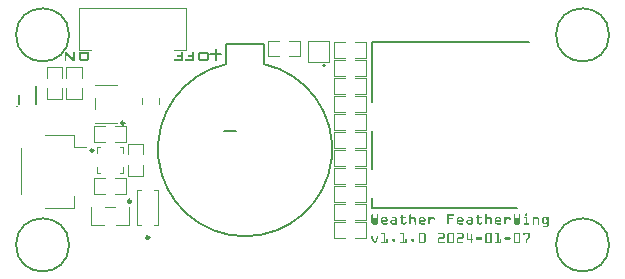
<source format=gbr>
%TF.GenerationSoftware,KiCad,Pcbnew,7.0.8*%
%TF.CreationDate,2024-01-07T13:27:56-05:00*%
%TF.ProjectId,weather-featherwing,77656174-6865-4722-9d66-656174686572,02*%
%TF.SameCoordinates,Original*%
%TF.FileFunction,Legend,Top*%
%TF.FilePolarity,Positive*%
%FSLAX46Y46*%
G04 Gerber Fmt 4.6, Leading zero omitted, Abs format (unit mm)*
G04 Created by KiCad (PCBNEW 7.0.8) date 2024-01-07 13:27:56*
%MOMM*%
%LPD*%
G01*
G04 APERTURE LIST*
%ADD10C,0.120000*%
%ADD11C,0.150000*%
%ADD12C,0.250000*%
%ADD13C,0.180000*%
G04 APERTURE END LIST*
D10*
G36*
X120624356Y-100522143D02*
G01*
X120636714Y-100522572D01*
X120648536Y-100523287D01*
X120659825Y-100524289D01*
X120670579Y-100525577D01*
X120680799Y-100527151D01*
X120690485Y-100529012D01*
X120704012Y-100532339D01*
X120716337Y-100536311D01*
X120727459Y-100540926D01*
X120737380Y-100546185D01*
X120746098Y-100552089D01*
X120753614Y-100558636D01*
X120760205Y-100566120D01*
X120766148Y-100574742D01*
X120771442Y-100584501D01*
X120776088Y-100595398D01*
X120780086Y-100607433D01*
X120783436Y-100620606D01*
X120786137Y-100634916D01*
X120787578Y-100645089D01*
X120788730Y-100655767D01*
X120789595Y-100666950D01*
X120790171Y-100678640D01*
X120790459Y-100690835D01*
X120790495Y-100697122D01*
X120790495Y-101074721D01*
X120790351Y-101086452D01*
X120789919Y-101097710D01*
X120789198Y-101108495D01*
X120788190Y-101118807D01*
X120786893Y-101128645D01*
X120784408Y-101142516D01*
X120781275Y-101155321D01*
X120777493Y-101167062D01*
X120773063Y-101177738D01*
X120767985Y-101187349D01*
X120762258Y-101195896D01*
X120755883Y-101203378D01*
X120753614Y-101205635D01*
X120746098Y-101211964D01*
X120737380Y-101217671D01*
X120727459Y-101222755D01*
X120716337Y-101227216D01*
X120704012Y-101231055D01*
X120690485Y-101234272D01*
X120680799Y-101236070D01*
X120670579Y-101237592D01*
X120659825Y-101238837D01*
X120648536Y-101239805D01*
X120636714Y-101240497D01*
X120624356Y-101240912D01*
X120611465Y-101241050D01*
X120079504Y-101241050D01*
X120066613Y-101240912D01*
X120054255Y-101240497D01*
X120042433Y-101239805D01*
X120031144Y-101238837D01*
X120020390Y-101237592D01*
X120010170Y-101236070D01*
X120000484Y-101234272D01*
X119986957Y-101231055D01*
X119974632Y-101227216D01*
X119963510Y-101222755D01*
X119953589Y-101217671D01*
X119944871Y-101211964D01*
X119937355Y-101205635D01*
X119928711Y-101195896D01*
X119922984Y-101187349D01*
X119917906Y-101177738D01*
X119913476Y-101167062D01*
X119909694Y-101155321D01*
X119906561Y-101142516D01*
X119904076Y-101128645D01*
X119902779Y-101118807D01*
X119901771Y-101108495D01*
X119901050Y-101097710D01*
X119900618Y-101086452D01*
X119900474Y-101074721D01*
X119900474Y-100697122D01*
X119900618Y-100684674D01*
X119901050Y-100672732D01*
X119901683Y-100662683D01*
X120068025Y-100662683D01*
X120068025Y-101115998D01*
X120622212Y-101115998D01*
X120622212Y-100662683D01*
X120068025Y-100662683D01*
X119901683Y-100662683D01*
X119901771Y-100661295D01*
X119902779Y-100650364D01*
X119904076Y-100639939D01*
X119905660Y-100630020D01*
X119908578Y-100616089D01*
X119912143Y-100603295D01*
X119916357Y-100591639D01*
X119921219Y-100581122D01*
X119926730Y-100571741D01*
X119932889Y-100563499D01*
X119937355Y-100558636D01*
X119944871Y-100552089D01*
X119953589Y-100546185D01*
X119963510Y-100540926D01*
X119974632Y-100536311D01*
X119986957Y-100532339D01*
X120000484Y-100529012D01*
X120010170Y-100527151D01*
X120020390Y-100525577D01*
X120031144Y-100524289D01*
X120042433Y-100523287D01*
X120054255Y-100522572D01*
X120066613Y-100522143D01*
X120079504Y-100522000D01*
X120611465Y-100522000D01*
X120624356Y-100522143D01*
G37*
G36*
X119547787Y-100522000D02*
G01*
X119547787Y-101241050D01*
X119432993Y-101241050D01*
X118924235Y-100817289D01*
X118916294Y-100810708D01*
X118908651Y-100804247D01*
X118899872Y-100796651D01*
X118891523Y-100789226D01*
X118883603Y-100781973D01*
X118878562Y-100777233D01*
X118871263Y-100770229D01*
X118864205Y-100763140D01*
X118857387Y-100755964D01*
X118850810Y-100748703D01*
X118843440Y-100740122D01*
X118842414Y-100738887D01*
X118843169Y-100749933D01*
X118843877Y-100760357D01*
X118844537Y-100770158D01*
X118845344Y-100782257D01*
X118846067Y-100793250D01*
X118846707Y-100803136D01*
X118847388Y-100813937D01*
X118848032Y-100824616D01*
X118848507Y-100835073D01*
X118848908Y-100845679D01*
X118849176Y-100855895D01*
X118849253Y-100863451D01*
X118849253Y-101241050D01*
X118698066Y-101241050D01*
X118698066Y-100522000D01*
X118812861Y-100522000D01*
X119343356Y-100966277D01*
X119351469Y-100973498D01*
X119359137Y-100980416D01*
X119366362Y-100987029D01*
X119374075Y-100994215D01*
X119376817Y-100996808D01*
X119383885Y-101003677D01*
X119391508Y-101011478D01*
X119398783Y-101019356D01*
X119403440Y-101024651D01*
X119402413Y-101014354D01*
X119401470Y-101004225D01*
X119400610Y-100994262D01*
X119399833Y-100984466D01*
X119399012Y-100972931D01*
X119398311Y-100961637D01*
X119397730Y-100950829D01*
X119397269Y-100940571D01*
X119396883Y-100929297D01*
X119396661Y-100918772D01*
X119396601Y-100910346D01*
X119396601Y-100522000D01*
X119547787Y-100522000D01*
G37*
D11*
G36*
X145032863Y-114583867D02*
G01*
X145032863Y-114948155D01*
X145061635Y-114996650D01*
X145098992Y-114996650D01*
X145128924Y-114947227D01*
X145128924Y-114302878D01*
X145129585Y-114293386D01*
X145132026Y-114282950D01*
X145136266Y-114273203D01*
X145141331Y-114265397D01*
X145147718Y-114258096D01*
X145155019Y-114251709D01*
X145162826Y-114246643D01*
X145172573Y-114242403D01*
X145183008Y-114239962D01*
X145192500Y-114239302D01*
X145203153Y-114240190D01*
X145213184Y-114242855D01*
X145222593Y-114247296D01*
X145231380Y-114253513D01*
X145236122Y-114257864D01*
X145242430Y-114264974D01*
X145248141Y-114273868D01*
X145252074Y-114283406D01*
X145254231Y-114293587D01*
X145254685Y-114301254D01*
X145254685Y-114962309D01*
X145253234Y-114972229D01*
X145249986Y-114981503D01*
X145245621Y-114990594D01*
X145240748Y-114999110D01*
X145239835Y-115000594D01*
X145189252Y-115083893D01*
X145183215Y-115092984D01*
X145176273Y-115100534D01*
X145168424Y-115106544D01*
X145159668Y-115111012D01*
X145150006Y-115113939D01*
X145139438Y-115115326D01*
X145134957Y-115115450D01*
X145031935Y-115115450D01*
X145022156Y-115115217D01*
X145010368Y-115114184D01*
X145000008Y-115112324D01*
X144991077Y-115109637D01*
X144981922Y-115105117D01*
X144973881Y-115097987D01*
X144969055Y-115088998D01*
X144964052Y-115097987D01*
X144956177Y-115105117D01*
X144947422Y-115109637D01*
X144936672Y-115112866D01*
X144926637Y-115114520D01*
X144915325Y-115115346D01*
X144909191Y-115115450D01*
X144812666Y-115115450D01*
X144801583Y-115114917D01*
X144791305Y-115113318D01*
X144781831Y-115110653D01*
X144773163Y-115106922D01*
X144763459Y-115100760D01*
X144755013Y-115092933D01*
X144749161Y-115085471D01*
X144746537Y-115081341D01*
X144699435Y-115003147D01*
X144694625Y-114994641D01*
X144690271Y-114985213D01*
X144687272Y-114976318D01*
X144685502Y-114966805D01*
X144685281Y-114962309D01*
X144685281Y-114302414D01*
X144685942Y-114293009D01*
X144688383Y-114282675D01*
X144692623Y-114273029D01*
X144698661Y-114264072D01*
X144704076Y-114258096D01*
X144711377Y-114251709D01*
X144719183Y-114246643D01*
X144728930Y-114242403D01*
X144739365Y-114239962D01*
X144748858Y-114239302D01*
X144759307Y-114240201D01*
X144769135Y-114242899D01*
X144778341Y-114247396D01*
X144786925Y-114253691D01*
X144791551Y-114258096D01*
X144797702Y-114265397D01*
X144803269Y-114274554D01*
X144807105Y-114284399D01*
X144809208Y-114294933D01*
X144809650Y-114302878D01*
X144809650Y-114949780D01*
X144838421Y-114996650D01*
X144876939Y-114996650D01*
X144908263Y-114946995D01*
X144908263Y-114583867D01*
X144908899Y-114574399D01*
X144911250Y-114564054D01*
X144915332Y-114554465D01*
X144921147Y-114545630D01*
X144926361Y-114539781D01*
X144933496Y-114533552D01*
X144942480Y-114527913D01*
X144952175Y-114524029D01*
X144962580Y-114521898D01*
X144970447Y-114521451D01*
X144979915Y-114522095D01*
X144990260Y-114524476D01*
X144999850Y-114528611D01*
X145008684Y-114534501D01*
X145014533Y-114539781D01*
X145020762Y-114546846D01*
X145026401Y-114555788D01*
X145030285Y-114565486D01*
X145032416Y-114575939D01*
X145032863Y-114583867D01*
G37*
G36*
X145865127Y-114477335D02*
G01*
X145876348Y-114478639D01*
X145887451Y-114480810D01*
X145898436Y-114483851D01*
X145909302Y-114487760D01*
X145920050Y-114492539D01*
X145930680Y-114498186D01*
X145941191Y-114504701D01*
X145951584Y-114512086D01*
X145961859Y-114520339D01*
X145968643Y-114526324D01*
X146009712Y-114564609D01*
X146018047Y-114572699D01*
X146025562Y-114581483D01*
X146032257Y-114590961D01*
X146038133Y-114601132D01*
X146043188Y-114611996D01*
X146047424Y-114623553D01*
X146050840Y-114635804D01*
X146053436Y-114648749D01*
X146055212Y-114662386D01*
X146055941Y-114671863D01*
X146056305Y-114681649D01*
X146056351Y-114686657D01*
X146056351Y-114816594D01*
X146055462Y-114827145D01*
X146052798Y-114837074D01*
X146048356Y-114846382D01*
X146042139Y-114855068D01*
X146037788Y-114859752D01*
X146030599Y-114865902D01*
X146021634Y-114871470D01*
X146012047Y-114875305D01*
X146001839Y-114877408D01*
X145994166Y-114877850D01*
X145613868Y-114877850D01*
X145613868Y-114904070D01*
X145614627Y-114913633D01*
X145616903Y-114922657D01*
X145620696Y-114931144D01*
X145626006Y-114939092D01*
X145632834Y-114946501D01*
X145635447Y-114948851D01*
X145667467Y-114977159D01*
X145676253Y-114983783D01*
X145684859Y-114989036D01*
X145694672Y-114993433D01*
X145704241Y-114995965D01*
X145712249Y-114996650D01*
X145994166Y-114996650D01*
X146004819Y-114997483D01*
X146014850Y-114999981D01*
X146024259Y-115004144D01*
X146033046Y-115009973D01*
X146037788Y-115014052D01*
X146045021Y-115021930D01*
X146050477Y-115030542D01*
X146054157Y-115039886D01*
X146056061Y-115049962D01*
X146056351Y-115056050D01*
X146055451Y-115066387D01*
X146052753Y-115076080D01*
X146048257Y-115085128D01*
X146041961Y-115093533D01*
X146037556Y-115098047D01*
X146030304Y-115103961D01*
X146021328Y-115109315D01*
X146011797Y-115113002D01*
X146001711Y-115115025D01*
X145994166Y-115115450D01*
X145705056Y-115115450D01*
X145695562Y-115115149D01*
X145685932Y-115114249D01*
X145676166Y-115112747D01*
X145666264Y-115110646D01*
X145656225Y-115107944D01*
X145646051Y-115104641D01*
X145641944Y-115103152D01*
X145632067Y-115099202D01*
X145623028Y-115095185D01*
X145613288Y-115090274D01*
X145604755Y-115085266D01*
X145596327Y-115079298D01*
X145593217Y-115076700D01*
X145544491Y-115034239D01*
X145537081Y-115027869D01*
X145530080Y-115020797D01*
X145523486Y-115013023D01*
X145517300Y-115004546D01*
X145511522Y-114995367D01*
X145506151Y-114985485D01*
X145504118Y-114981336D01*
X145499505Y-114970874D01*
X145495675Y-114960661D01*
X145492626Y-114950698D01*
X145490359Y-114940984D01*
X145488874Y-114931519D01*
X145488123Y-114920491D01*
X145488107Y-114918687D01*
X145488107Y-114759050D01*
X145615028Y-114759050D01*
X145933142Y-114759050D01*
X145933142Y-114687121D01*
X145932563Y-114676908D01*
X145930826Y-114667674D01*
X145927335Y-114658138D01*
X145922267Y-114649934D01*
X145916668Y-114643963D01*
X145884880Y-114614959D01*
X145876557Y-114608414D01*
X145868641Y-114603224D01*
X145859922Y-114598879D01*
X145850638Y-114596171D01*
X145845203Y-114595701D01*
X145707376Y-114595701D01*
X145697707Y-114596489D01*
X145688393Y-114598854D01*
X145679435Y-114602796D01*
X145670832Y-114608314D01*
X145666075Y-114612175D01*
X145633823Y-114640251D01*
X145626499Y-114647147D01*
X145620975Y-114654843D01*
X145616864Y-114664617D01*
X145615193Y-114674026D01*
X145615028Y-114678304D01*
X145615028Y-114759050D01*
X145488107Y-114759050D01*
X145488107Y-114669719D01*
X145488929Y-114659060D01*
X145490941Y-114648792D01*
X145493540Y-114639439D01*
X145496978Y-114629360D01*
X145501253Y-114618556D01*
X145505278Y-114609391D01*
X145509777Y-114600193D01*
X145514573Y-114591510D01*
X145519667Y-114583341D01*
X145525058Y-114575688D01*
X145532215Y-114566845D01*
X145539837Y-114558807D01*
X145547923Y-114551573D01*
X145549596Y-114550223D01*
X145595306Y-114514722D01*
X145604227Y-114507963D01*
X145613328Y-114501869D01*
X145622608Y-114496439D01*
X145632068Y-114491675D01*
X145641707Y-114487575D01*
X145651526Y-114484140D01*
X145661524Y-114481370D01*
X145671702Y-114479265D01*
X145682059Y-114477824D01*
X145692595Y-114477049D01*
X145699719Y-114476901D01*
X145853788Y-114476901D01*
X145865127Y-114477335D01*
G37*
G36*
X146685480Y-114477335D02*
G01*
X146698205Y-114478639D01*
X146710566Y-114480810D01*
X146722565Y-114483851D01*
X146734201Y-114487760D01*
X146745474Y-114492539D01*
X146756383Y-114498186D01*
X146766930Y-114504701D01*
X146777114Y-114512086D01*
X146786935Y-114520339D01*
X146793280Y-114526324D01*
X146802295Y-114535743D01*
X146810457Y-114545553D01*
X146817766Y-114555755D01*
X146824224Y-114566349D01*
X146829828Y-114577334D01*
X146834581Y-114588711D01*
X146838481Y-114600479D01*
X146841528Y-114612639D01*
X146843723Y-114625190D01*
X146845066Y-114638133D01*
X146845487Y-114646980D01*
X146859177Y-115053497D01*
X146858524Y-115063036D01*
X146856113Y-115073422D01*
X146851926Y-115083009D01*
X146845962Y-115091796D01*
X146840614Y-115097583D01*
X146833417Y-115103655D01*
X146824422Y-115109151D01*
X146814783Y-115112937D01*
X146804500Y-115115013D01*
X146796761Y-115115450D01*
X146787040Y-115114764D01*
X146777890Y-115112709D01*
X146767937Y-115108578D01*
X146760024Y-115103553D01*
X146752683Y-115097158D01*
X146751515Y-115095959D01*
X146745285Y-115088838D01*
X146739646Y-115081004D01*
X146735350Y-115072676D01*
X146733202Y-115063204D01*
X146733184Y-115062314D01*
X146650117Y-115115450D01*
X146462636Y-115115450D01*
X146449296Y-115115017D01*
X146436334Y-115113720D01*
X146423752Y-115111558D01*
X146411550Y-115108532D01*
X146399726Y-115104641D01*
X146388282Y-115099885D01*
X146377218Y-115094265D01*
X146366532Y-115087780D01*
X146356226Y-115080430D01*
X146346299Y-115072216D01*
X146339892Y-115066259D01*
X146330894Y-115056807D01*
X146322781Y-115046983D01*
X146315553Y-115036789D01*
X146309210Y-115026223D01*
X146303752Y-115015286D01*
X146299179Y-115003978D01*
X146295491Y-114992299D01*
X146292688Y-114980248D01*
X146290771Y-114967827D01*
X146289738Y-114955034D01*
X146289558Y-114946995D01*
X146415302Y-114946995D01*
X146416187Y-114956653D01*
X146418841Y-114965674D01*
X146423264Y-114974056D01*
X146429456Y-114981800D01*
X146436925Y-114988297D01*
X146445985Y-114993387D01*
X146455743Y-114996128D01*
X146462636Y-114996650D01*
X146615545Y-114996650D01*
X146729240Y-114940266D01*
X146726223Y-114890380D01*
X146725297Y-114879940D01*
X146723127Y-114870344D01*
X146719714Y-114861591D01*
X146714290Y-114852622D01*
X146711837Y-114849542D01*
X146704644Y-114842436D01*
X146696755Y-114837361D01*
X146687048Y-114834077D01*
X146678889Y-114833300D01*
X146462636Y-114833300D01*
X146453239Y-114834214D01*
X146443499Y-114837426D01*
X146434640Y-114842950D01*
X146429224Y-114847918D01*
X146423133Y-114855503D01*
X146418783Y-114863870D01*
X146416172Y-114873021D01*
X146415302Y-114882955D01*
X146415302Y-114946995D01*
X146289558Y-114946995D01*
X146289542Y-114946299D01*
X146289542Y-114883651D01*
X146289988Y-114870733D01*
X146291328Y-114858170D01*
X146293561Y-114845962D01*
X146296687Y-114834109D01*
X146300707Y-114822610D01*
X146305620Y-114811467D01*
X146311426Y-114800678D01*
X146318125Y-114790244D01*
X146325717Y-114780165D01*
X146334203Y-114770441D01*
X146340356Y-114764155D01*
X146350065Y-114755281D01*
X146360138Y-114747280D01*
X146370573Y-114740152D01*
X146381371Y-114733897D01*
X146392533Y-114728514D01*
X146404057Y-114724005D01*
X146415944Y-114720368D01*
X146428194Y-114717604D01*
X146440808Y-114715713D01*
X146453784Y-114714694D01*
X146462636Y-114714500D01*
X146677497Y-114714500D01*
X146687946Y-114714409D01*
X146698344Y-114714173D01*
X146708299Y-114713848D01*
X146719053Y-114713412D01*
X146720655Y-114713340D01*
X146719494Y-114642803D01*
X146718624Y-114633319D01*
X146715565Y-114623550D01*
X146710304Y-114614736D01*
X146705573Y-114609391D01*
X146698351Y-114603401D01*
X146689325Y-114598709D01*
X146679344Y-114596182D01*
X146672160Y-114595701D01*
X146464029Y-114595701D01*
X146453376Y-114594868D01*
X146443345Y-114592370D01*
X146433936Y-114588206D01*
X146425149Y-114582377D01*
X146420407Y-114578298D01*
X146414098Y-114571449D01*
X146408388Y-114562860D01*
X146404455Y-114553627D01*
X146402298Y-114543750D01*
X146401844Y-114536301D01*
X146402710Y-114525805D01*
X146405309Y-114516043D01*
X146409639Y-114507013D01*
X146415701Y-114498716D01*
X146419943Y-114494303D01*
X146428318Y-114487523D01*
X146437403Y-114482407D01*
X146447199Y-114478957D01*
X146457706Y-114477173D01*
X146464029Y-114476901D01*
X146672392Y-114476901D01*
X146685480Y-114477335D01*
G37*
G36*
X147487516Y-115115450D02*
G01*
X147377766Y-115115450D01*
X147364668Y-115115007D01*
X147351912Y-115113679D01*
X147339499Y-115111467D01*
X147327429Y-115108369D01*
X147315702Y-115104386D01*
X147304317Y-115099518D01*
X147293275Y-115093765D01*
X147282575Y-115087127D01*
X147272218Y-115079604D01*
X147262203Y-115071196D01*
X147255717Y-115065099D01*
X147246595Y-115055437D01*
X147238369Y-115045421D01*
X147231041Y-115035049D01*
X147224611Y-115024323D01*
X147219077Y-115013242D01*
X147214441Y-115001806D01*
X147210703Y-114990015D01*
X147207861Y-114977870D01*
X147205917Y-114965369D01*
X147204870Y-114952514D01*
X147204671Y-114943747D01*
X147204671Y-114595701D01*
X147155944Y-114595701D01*
X147146547Y-114595105D01*
X147136243Y-114592905D01*
X147126650Y-114589084D01*
X147117768Y-114583642D01*
X147111858Y-114578762D01*
X147104806Y-114570941D01*
X147099486Y-114562298D01*
X147095899Y-114552834D01*
X147094043Y-114542548D01*
X147093760Y-114536301D01*
X147094626Y-114525805D01*
X147097224Y-114516043D01*
X147101554Y-114507013D01*
X147107617Y-114498716D01*
X147111858Y-114494303D01*
X147120233Y-114487523D01*
X147129319Y-114482407D01*
X147139115Y-114478957D01*
X147149621Y-114477173D01*
X147155944Y-114476901D01*
X147205831Y-114476901D01*
X147205831Y-114347196D01*
X147206467Y-114337633D01*
X147208818Y-114327156D01*
X147212900Y-114317413D01*
X147218715Y-114308402D01*
X147223929Y-114302414D01*
X147231064Y-114296106D01*
X147240048Y-114290395D01*
X147249743Y-114286462D01*
X147260148Y-114284305D01*
X147268015Y-114283851D01*
X147278498Y-114284751D01*
X147288426Y-114287449D01*
X147297798Y-114291946D01*
X147306615Y-114298241D01*
X147311405Y-114302646D01*
X147317871Y-114309939D01*
X147322999Y-114317721D01*
X147327291Y-114327418D01*
X147329762Y-114337782D01*
X147330431Y-114347196D01*
X147330431Y-114476901D01*
X147543667Y-114476901D01*
X147554320Y-114477745D01*
X147564351Y-114480276D01*
X147573760Y-114484495D01*
X147582547Y-114490402D01*
X147587289Y-114494535D01*
X147594522Y-114502482D01*
X147599978Y-114511095D01*
X147603658Y-114520374D01*
X147605562Y-114530319D01*
X147605852Y-114536301D01*
X147604963Y-114546808D01*
X147602299Y-114556604D01*
X147597858Y-114565689D01*
X147591640Y-114574064D01*
X147587289Y-114578530D01*
X147578857Y-114585221D01*
X147569804Y-114590268D01*
X147560128Y-114593672D01*
X147549831Y-114595432D01*
X147543667Y-114595701D01*
X147329039Y-114595701D01*
X147329039Y-114948619D01*
X147329938Y-114958046D01*
X147333099Y-114967887D01*
X147337820Y-114975958D01*
X147343425Y-114982496D01*
X147351053Y-114988688D01*
X147359319Y-114993111D01*
X147368223Y-114995765D01*
X147377766Y-114996650D01*
X147484964Y-114996650D01*
X147496344Y-114995562D01*
X147506558Y-114992299D01*
X147515605Y-114986861D01*
X147523484Y-114979247D01*
X147528948Y-114971590D01*
X147533665Y-114962541D01*
X147537635Y-114952100D01*
X147541731Y-114941659D01*
X147546829Y-114932609D01*
X147552927Y-114924952D01*
X147560026Y-114918687D01*
X147568125Y-114913815D01*
X147577225Y-114910334D01*
X147587325Y-114908246D01*
X147598427Y-114907550D01*
X147608264Y-114908162D01*
X147617417Y-114909997D01*
X147627229Y-114913685D01*
X147636108Y-114919038D01*
X147642977Y-114924952D01*
X147649848Y-114932886D01*
X147655031Y-114941664D01*
X147658527Y-114951286D01*
X147660335Y-114961751D01*
X147660611Y-114968110D01*
X147660181Y-114977454D01*
X147658890Y-114986777D01*
X147656738Y-114996079D01*
X147653726Y-115005362D01*
X147649853Y-115014624D01*
X147645120Y-115023865D01*
X147639526Y-115033087D01*
X147633072Y-115042287D01*
X147625757Y-115051468D01*
X147617581Y-115060628D01*
X147611652Y-115066723D01*
X147602282Y-115075431D01*
X147592442Y-115083282D01*
X147582133Y-115090277D01*
X147571355Y-115096416D01*
X147560108Y-115101698D01*
X147548392Y-115106123D01*
X147536207Y-115109692D01*
X147523553Y-115112404D01*
X147510430Y-115114260D01*
X147496838Y-115115259D01*
X147487516Y-115115450D01*
G37*
G36*
X147896586Y-115053497D02*
G01*
X147896586Y-114299862D01*
X147897452Y-114289163D01*
X147900050Y-114279197D01*
X147904380Y-114269964D01*
X147910443Y-114261464D01*
X147914685Y-114256936D01*
X147921820Y-114250943D01*
X147930803Y-114245518D01*
X147940498Y-114241781D01*
X147950903Y-114239732D01*
X147958770Y-114239302D01*
X147968159Y-114239938D01*
X147978433Y-114242289D01*
X147987974Y-114246371D01*
X147996782Y-114252186D01*
X148002624Y-114257400D01*
X148008854Y-114264369D01*
X148014492Y-114273180D01*
X148018377Y-114282724D01*
X148020507Y-114293001D01*
X148020955Y-114300790D01*
X148020955Y-114560200D01*
X148097989Y-114513562D01*
X148109449Y-114507010D01*
X148120685Y-114501103D01*
X148131697Y-114495840D01*
X148142484Y-114491222D01*
X148153047Y-114487248D01*
X148163386Y-114483918D01*
X148173501Y-114481233D01*
X148183391Y-114479192D01*
X148193056Y-114477796D01*
X148202498Y-114477044D01*
X148208667Y-114476901D01*
X148276652Y-114476901D01*
X148289620Y-114477337D01*
X148302245Y-114478647D01*
X148314527Y-114480829D01*
X148326467Y-114483884D01*
X148338064Y-114487811D01*
X148349318Y-114492612D01*
X148360230Y-114498285D01*
X148370799Y-114504832D01*
X148381025Y-114512251D01*
X148390909Y-114520543D01*
X148397308Y-114526556D01*
X148406364Y-114536012D01*
X148414564Y-114545848D01*
X148421907Y-114556063D01*
X148428393Y-114566657D01*
X148434023Y-114577631D01*
X148438797Y-114588984D01*
X148442713Y-114600716D01*
X148445774Y-114612827D01*
X148447978Y-114625318D01*
X148449325Y-114638189D01*
X148449747Y-114646980D01*
X148463437Y-115053497D01*
X148463021Y-115062965D01*
X148460824Y-115073310D01*
X148456784Y-115082900D01*
X148450901Y-115091735D01*
X148445571Y-115097583D01*
X148438349Y-115103655D01*
X148429263Y-115109151D01*
X148419467Y-115112937D01*
X148408961Y-115115013D01*
X148401021Y-115115450D01*
X148391561Y-115114789D01*
X148381246Y-115112348D01*
X148371709Y-115108108D01*
X148362949Y-115102069D01*
X148357167Y-115096655D01*
X148351150Y-115089419D01*
X148345635Y-115080504D01*
X148341741Y-115071077D01*
X148339468Y-115061140D01*
X148338837Y-115053729D01*
X148325147Y-114643035D01*
X148323958Y-114633826D01*
X148320609Y-114624194D01*
X148315131Y-114615334D01*
X148310297Y-114609855D01*
X148302959Y-114603662D01*
X148293802Y-114598811D01*
X148283691Y-114596198D01*
X148276420Y-114595701D01*
X148215164Y-114595701D01*
X148205289Y-114596426D01*
X148194920Y-114598601D01*
X148185442Y-114601694D01*
X148175588Y-114605897D01*
X148172703Y-114607302D01*
X148020955Y-114682016D01*
X148020955Y-115049553D01*
X148020318Y-115059535D01*
X148018410Y-115068945D01*
X148015228Y-115077785D01*
X148010774Y-115086054D01*
X148005048Y-115093752D01*
X148002856Y-115096191D01*
X147995792Y-115102736D01*
X147986849Y-115108660D01*
X147977152Y-115112741D01*
X147966699Y-115114979D01*
X147958770Y-115115450D01*
X147949373Y-115114813D01*
X147939070Y-115112463D01*
X147929477Y-115108380D01*
X147920594Y-115102565D01*
X147914685Y-115097351D01*
X147908534Y-115090295D01*
X147902967Y-115081382D01*
X147899131Y-115071737D01*
X147897028Y-115061359D01*
X147896586Y-115053497D01*
G37*
G36*
X149076432Y-114477335D02*
G01*
X149087653Y-114478639D01*
X149098756Y-114480810D01*
X149109741Y-114483851D01*
X149120607Y-114487760D01*
X149131355Y-114492539D01*
X149141984Y-114498186D01*
X149152496Y-114504701D01*
X149162889Y-114512086D01*
X149173164Y-114520339D01*
X149179948Y-114526324D01*
X149221017Y-114564609D01*
X149229352Y-114572699D01*
X149236867Y-114581483D01*
X149243562Y-114590961D01*
X149249438Y-114601132D01*
X149254493Y-114611996D01*
X149258729Y-114623553D01*
X149262145Y-114635804D01*
X149264741Y-114648749D01*
X149266517Y-114662386D01*
X149267246Y-114671863D01*
X149267610Y-114681649D01*
X149267656Y-114686657D01*
X149267656Y-114816594D01*
X149266767Y-114827145D01*
X149264103Y-114837074D01*
X149259661Y-114846382D01*
X149253444Y-114855068D01*
X149249093Y-114859752D01*
X149241904Y-114865902D01*
X149232939Y-114871470D01*
X149223352Y-114875305D01*
X149213144Y-114877408D01*
X149205471Y-114877850D01*
X148825173Y-114877850D01*
X148825173Y-114904070D01*
X148825932Y-114913633D01*
X148828208Y-114922657D01*
X148832001Y-114931144D01*
X148837311Y-114939092D01*
X148844139Y-114946501D01*
X148846752Y-114948851D01*
X148878772Y-114977159D01*
X148887558Y-114983783D01*
X148896164Y-114989036D01*
X148905977Y-114993433D01*
X148915546Y-114995965D01*
X148923554Y-114996650D01*
X149205471Y-114996650D01*
X149216124Y-114997483D01*
X149226155Y-114999981D01*
X149235564Y-115004144D01*
X149244351Y-115009973D01*
X149249093Y-115014052D01*
X149256326Y-115021930D01*
X149261782Y-115030542D01*
X149265462Y-115039886D01*
X149267366Y-115049962D01*
X149267656Y-115056050D01*
X149266756Y-115066387D01*
X149264058Y-115076080D01*
X149259561Y-115085128D01*
X149253266Y-115093533D01*
X149248861Y-115098047D01*
X149241609Y-115103961D01*
X149232633Y-115109315D01*
X149223102Y-115113002D01*
X149213016Y-115115025D01*
X149205471Y-115115450D01*
X148916361Y-115115450D01*
X148906867Y-115115149D01*
X148897237Y-115114249D01*
X148887471Y-115112747D01*
X148877568Y-115110646D01*
X148867530Y-115107944D01*
X148857356Y-115104641D01*
X148853249Y-115103152D01*
X148843372Y-115099202D01*
X148834333Y-115095185D01*
X148824593Y-115090274D01*
X148816060Y-115085266D01*
X148807632Y-115079298D01*
X148804522Y-115076700D01*
X148755796Y-115034239D01*
X148748386Y-115027869D01*
X148741385Y-115020797D01*
X148734791Y-115013023D01*
X148728605Y-115004546D01*
X148722827Y-114995367D01*
X148717456Y-114985485D01*
X148715423Y-114981336D01*
X148710810Y-114970874D01*
X148706980Y-114960661D01*
X148703931Y-114950698D01*
X148701664Y-114940984D01*
X148700179Y-114931519D01*
X148699428Y-114920491D01*
X148699412Y-114918687D01*
X148699412Y-114759050D01*
X148826333Y-114759050D01*
X149144447Y-114759050D01*
X149144447Y-114687121D01*
X149143868Y-114676908D01*
X149142131Y-114667674D01*
X149138640Y-114658138D01*
X149133572Y-114649934D01*
X149127973Y-114643963D01*
X149096185Y-114614959D01*
X149087862Y-114608414D01*
X149079946Y-114603224D01*
X149071227Y-114598879D01*
X149061942Y-114596171D01*
X149056508Y-114595701D01*
X148918681Y-114595701D01*
X148909012Y-114596489D01*
X148899698Y-114598854D01*
X148890740Y-114602796D01*
X148882137Y-114608314D01*
X148877380Y-114612175D01*
X148845128Y-114640251D01*
X148837804Y-114647147D01*
X148832280Y-114654843D01*
X148828169Y-114664617D01*
X148826498Y-114674026D01*
X148826333Y-114678304D01*
X148826333Y-114759050D01*
X148699412Y-114759050D01*
X148699412Y-114669719D01*
X148700234Y-114659060D01*
X148702246Y-114648792D01*
X148704845Y-114639439D01*
X148708283Y-114629360D01*
X148712558Y-114618556D01*
X148716583Y-114609391D01*
X148721082Y-114600193D01*
X148725878Y-114591510D01*
X148730972Y-114583341D01*
X148736363Y-114575688D01*
X148743520Y-114566845D01*
X148751142Y-114558807D01*
X148759228Y-114551573D01*
X148760901Y-114550223D01*
X148806611Y-114514722D01*
X148815532Y-114507963D01*
X148824633Y-114501869D01*
X148833913Y-114496439D01*
X148843373Y-114491675D01*
X148853012Y-114487575D01*
X148862831Y-114484140D01*
X148872829Y-114481370D01*
X148883007Y-114479265D01*
X148893364Y-114477824D01*
X148903900Y-114477049D01*
X148911024Y-114476901D01*
X149065093Y-114476901D01*
X149076432Y-114477335D01*
G37*
G36*
X149503399Y-115053961D02*
G01*
X149503399Y-114539781D01*
X149504035Y-114530455D01*
X149506386Y-114520192D01*
X149510468Y-114510596D01*
X149516283Y-114501666D01*
X149521497Y-114495695D01*
X149528561Y-114489308D01*
X149537504Y-114483527D01*
X149547202Y-114479544D01*
X149557655Y-114477360D01*
X149565583Y-114476901D01*
X149575051Y-114477521D01*
X149585396Y-114479811D01*
X149594986Y-114483789D01*
X149603821Y-114489455D01*
X149609669Y-114494535D01*
X149615898Y-114501434D01*
X149621537Y-114510204D01*
X149625422Y-114519751D01*
X149627552Y-114530075D01*
X149627999Y-114537925D01*
X149627999Y-114587348D01*
X149705266Y-114523771D01*
X149716037Y-114515395D01*
X149726771Y-114507843D01*
X149737469Y-114501114D01*
X149748130Y-114495210D01*
X149758754Y-114490129D01*
X149769341Y-114485872D01*
X149779892Y-114482439D01*
X149790406Y-114479830D01*
X149800884Y-114478045D01*
X149811324Y-114477084D01*
X149818264Y-114476901D01*
X149898547Y-114476901D01*
X149911678Y-114477350D01*
X149924447Y-114478696D01*
X149936852Y-114480939D01*
X149948894Y-114484079D01*
X149960573Y-114488117D01*
X149971890Y-114493053D01*
X149982843Y-114498885D01*
X149993433Y-114505615D01*
X150003660Y-114513242D01*
X150013525Y-114521766D01*
X150019899Y-114527948D01*
X150028939Y-114537659D01*
X150037089Y-114547737D01*
X150044351Y-114558183D01*
X150050723Y-114568995D01*
X150056206Y-114580175D01*
X150060800Y-114591722D01*
X150064505Y-114603636D01*
X150067320Y-114615916D01*
X150069247Y-114628564D01*
X150070284Y-114641579D01*
X150070482Y-114650460D01*
X150070482Y-114680160D01*
X150069846Y-114689889D01*
X150067937Y-114699063D01*
X150064101Y-114709065D01*
X150058534Y-114718313D01*
X150052383Y-114725638D01*
X150045311Y-114731946D01*
X150036338Y-114737656D01*
X150026588Y-114741590D01*
X150016061Y-114743747D01*
X150008066Y-114744200D01*
X149998598Y-114743531D01*
X149988253Y-114741060D01*
X149978663Y-114736768D01*
X149969828Y-114730655D01*
X149963980Y-114725174D01*
X149957829Y-114717675D01*
X149952951Y-114709621D01*
X149949346Y-114701012D01*
X149947013Y-114691848D01*
X149945952Y-114682130D01*
X149945881Y-114678768D01*
X149945881Y-114646283D01*
X149945011Y-114636132D01*
X149942401Y-114626793D01*
X149938050Y-114618266D01*
X149931960Y-114610551D01*
X149924651Y-114604054D01*
X149915596Y-114598964D01*
X149905660Y-114596223D01*
X149898547Y-114595701D01*
X149827314Y-114595701D01*
X149816959Y-114597136D01*
X149807281Y-114600748D01*
X149798525Y-114605594D01*
X149789345Y-114612054D01*
X149781372Y-114618672D01*
X149627999Y-114754874D01*
X149627999Y-115053961D01*
X149627347Y-115063342D01*
X149624936Y-115073586D01*
X149620748Y-115083074D01*
X149614784Y-115091807D01*
X149609437Y-115097583D01*
X149602239Y-115103655D01*
X149593244Y-115109151D01*
X149583605Y-115112937D01*
X149573322Y-115115013D01*
X149565583Y-115115450D01*
X149556186Y-115114821D01*
X149545882Y-115112501D01*
X149536289Y-115108470D01*
X149527407Y-115102730D01*
X149521497Y-115097583D01*
X149515347Y-115090535D01*
X149509779Y-115081653D01*
X149505944Y-115072060D01*
X149503841Y-115061756D01*
X149503399Y-115053961D01*
G37*
G36*
X151109051Y-115053497D02*
G01*
X151109051Y-114239302D01*
X151613950Y-114239302D01*
X151624433Y-114240134D01*
X151634361Y-114242632D01*
X151643733Y-114246796D01*
X151652551Y-114252625D01*
X151657340Y-114256704D01*
X151663727Y-114263458D01*
X151669509Y-114271915D01*
X151673491Y-114280995D01*
X151675675Y-114290695D01*
X151676134Y-114298005D01*
X151675246Y-114308523D01*
X151672581Y-114318352D01*
X151668140Y-114327493D01*
X151661922Y-114335946D01*
X151657572Y-114340467D01*
X151650383Y-114346460D01*
X151641418Y-114351884D01*
X151631831Y-114355621D01*
X151621623Y-114357671D01*
X151613950Y-114358101D01*
X151233652Y-114358101D01*
X151233652Y-114521451D01*
X151504200Y-114521451D01*
X151513589Y-114522063D01*
X151523862Y-114524323D01*
X151533403Y-114528249D01*
X151542211Y-114533840D01*
X151548053Y-114538853D01*
X151555196Y-114546732D01*
X151560584Y-114555343D01*
X151564218Y-114564687D01*
X151566097Y-114574764D01*
X151566384Y-114580851D01*
X151565507Y-114591357D01*
X151562875Y-114601153D01*
X151558490Y-114610239D01*
X151552350Y-114618614D01*
X151548053Y-114623080D01*
X151539769Y-114629771D01*
X151530752Y-114634818D01*
X151521002Y-114638222D01*
X151510519Y-114639982D01*
X151504200Y-114640251D01*
X151233652Y-114640251D01*
X151233652Y-115053033D01*
X151233007Y-115062509D01*
X151230627Y-115072884D01*
X151226491Y-115082527D01*
X151220602Y-115091436D01*
X151215321Y-115097351D01*
X151208257Y-115103502D01*
X151199314Y-115109069D01*
X151189617Y-115112904D01*
X151179164Y-115115008D01*
X151171236Y-115115450D01*
X151161838Y-115114813D01*
X151151535Y-115112463D01*
X151141942Y-115108380D01*
X151133059Y-115102565D01*
X151127150Y-115097351D01*
X151120999Y-115090295D01*
X151115432Y-115081382D01*
X151111596Y-115071737D01*
X151109493Y-115061359D01*
X151109051Y-115053497D01*
G37*
G36*
X152287737Y-114477335D02*
G01*
X152298958Y-114478639D01*
X152310061Y-114480810D01*
X152321046Y-114483851D01*
X152331912Y-114487760D01*
X152342660Y-114492539D01*
X152353289Y-114498186D01*
X152363801Y-114504701D01*
X152374194Y-114512086D01*
X152384469Y-114520339D01*
X152391253Y-114526324D01*
X152432322Y-114564609D01*
X152440657Y-114572699D01*
X152448172Y-114581483D01*
X152454867Y-114590961D01*
X152460743Y-114601132D01*
X152465798Y-114611996D01*
X152470034Y-114623553D01*
X152473450Y-114635804D01*
X152476046Y-114648749D01*
X152477822Y-114662386D01*
X152478551Y-114671863D01*
X152478915Y-114681649D01*
X152478961Y-114686657D01*
X152478961Y-114816594D01*
X152478072Y-114827145D01*
X152475408Y-114837074D01*
X152470966Y-114846382D01*
X152464749Y-114855068D01*
X152460398Y-114859752D01*
X152453209Y-114865902D01*
X152444244Y-114871470D01*
X152434657Y-114875305D01*
X152424449Y-114877408D01*
X152416776Y-114877850D01*
X152036478Y-114877850D01*
X152036478Y-114904070D01*
X152037237Y-114913633D01*
X152039513Y-114922657D01*
X152043306Y-114931144D01*
X152048616Y-114939092D01*
X152055444Y-114946501D01*
X152058057Y-114948851D01*
X152090077Y-114977159D01*
X152098863Y-114983783D01*
X152107469Y-114989036D01*
X152117282Y-114993433D01*
X152126851Y-114995965D01*
X152134859Y-114996650D01*
X152416776Y-114996650D01*
X152427429Y-114997483D01*
X152437460Y-114999981D01*
X152446869Y-115004144D01*
X152455656Y-115009973D01*
X152460398Y-115014052D01*
X152467631Y-115021930D01*
X152473087Y-115030542D01*
X152476767Y-115039886D01*
X152478671Y-115049962D01*
X152478961Y-115056050D01*
X152478061Y-115066387D01*
X152475363Y-115076080D01*
X152470866Y-115085128D01*
X152464571Y-115093533D01*
X152460166Y-115098047D01*
X152452914Y-115103961D01*
X152443938Y-115109315D01*
X152434407Y-115113002D01*
X152424321Y-115115025D01*
X152416776Y-115115450D01*
X152127666Y-115115450D01*
X152118172Y-115115149D01*
X152108542Y-115114249D01*
X152098776Y-115112747D01*
X152088873Y-115110646D01*
X152078835Y-115107944D01*
X152068661Y-115104641D01*
X152064554Y-115103152D01*
X152054677Y-115099202D01*
X152045638Y-115095185D01*
X152035898Y-115090274D01*
X152027365Y-115085266D01*
X152018937Y-115079298D01*
X152015827Y-115076700D01*
X151967101Y-115034239D01*
X151959691Y-115027869D01*
X151952690Y-115020797D01*
X151946096Y-115013023D01*
X151939910Y-115004546D01*
X151934132Y-114995367D01*
X151928761Y-114985485D01*
X151926727Y-114981336D01*
X151922115Y-114970874D01*
X151918285Y-114960661D01*
X151915236Y-114950698D01*
X151912969Y-114940984D01*
X151911483Y-114931519D01*
X151910733Y-114920491D01*
X151910717Y-114918687D01*
X151910717Y-114759050D01*
X152037638Y-114759050D01*
X152355752Y-114759050D01*
X152355752Y-114687121D01*
X152355173Y-114676908D01*
X152353436Y-114667674D01*
X152349944Y-114658138D01*
X152344877Y-114649934D01*
X152339278Y-114643963D01*
X152307490Y-114614959D01*
X152299167Y-114608414D01*
X152291251Y-114603224D01*
X152282532Y-114598879D01*
X152273247Y-114596171D01*
X152267813Y-114595701D01*
X152129986Y-114595701D01*
X152120317Y-114596489D01*
X152111003Y-114598854D01*
X152102045Y-114602796D01*
X152093442Y-114608314D01*
X152088685Y-114612175D01*
X152056433Y-114640251D01*
X152049109Y-114647147D01*
X152043585Y-114654843D01*
X152039474Y-114664617D01*
X152037803Y-114674026D01*
X152037638Y-114678304D01*
X152037638Y-114759050D01*
X151910717Y-114759050D01*
X151910717Y-114669719D01*
X151911539Y-114659060D01*
X151913551Y-114648792D01*
X151916150Y-114639439D01*
X151919588Y-114629360D01*
X151923863Y-114618556D01*
X151927888Y-114609391D01*
X151932387Y-114600193D01*
X151937183Y-114591510D01*
X151942277Y-114583341D01*
X151947668Y-114575688D01*
X151954825Y-114566845D01*
X151962447Y-114558807D01*
X151970533Y-114551573D01*
X151972206Y-114550223D01*
X152017916Y-114514722D01*
X152026837Y-114507963D01*
X152035938Y-114501869D01*
X152045218Y-114496439D01*
X152054678Y-114491675D01*
X152064317Y-114487575D01*
X152074136Y-114484140D01*
X152084134Y-114481370D01*
X152094312Y-114479265D01*
X152104669Y-114477824D01*
X152115205Y-114477049D01*
X152122329Y-114476901D01*
X152276398Y-114476901D01*
X152287737Y-114477335D01*
G37*
G36*
X153108090Y-114477335D02*
G01*
X153120815Y-114478639D01*
X153133176Y-114480810D01*
X153145175Y-114483851D01*
X153156811Y-114487760D01*
X153168084Y-114492539D01*
X153178993Y-114498186D01*
X153189540Y-114504701D01*
X153199724Y-114512086D01*
X153209545Y-114520339D01*
X153215890Y-114526324D01*
X153224905Y-114535743D01*
X153233067Y-114545553D01*
X153240376Y-114555755D01*
X153246834Y-114566349D01*
X153252438Y-114577334D01*
X153257191Y-114588711D01*
X153261091Y-114600479D01*
X153264138Y-114612639D01*
X153266333Y-114625190D01*
X153267676Y-114638133D01*
X153268097Y-114646980D01*
X153281787Y-115053497D01*
X153281134Y-115063036D01*
X153278723Y-115073422D01*
X153274536Y-115083009D01*
X153268572Y-115091796D01*
X153263224Y-115097583D01*
X153256027Y-115103655D01*
X153247032Y-115109151D01*
X153237393Y-115112937D01*
X153227110Y-115115013D01*
X153219371Y-115115450D01*
X153209650Y-115114764D01*
X153200500Y-115112709D01*
X153190547Y-115108578D01*
X153182634Y-115103553D01*
X153175293Y-115097158D01*
X153174125Y-115095959D01*
X153167895Y-115088838D01*
X153162256Y-115081004D01*
X153157960Y-115072676D01*
X153155812Y-115063204D01*
X153155794Y-115062314D01*
X153072727Y-115115450D01*
X152885246Y-115115450D01*
X152871906Y-115115017D01*
X152858944Y-115113720D01*
X152846362Y-115111558D01*
X152834160Y-115108532D01*
X152822336Y-115104641D01*
X152810892Y-115099885D01*
X152799828Y-115094265D01*
X152789142Y-115087780D01*
X152778836Y-115080430D01*
X152768909Y-115072216D01*
X152762502Y-115066259D01*
X152753504Y-115056807D01*
X152745391Y-115046983D01*
X152738163Y-115036789D01*
X152731820Y-115026223D01*
X152726362Y-115015286D01*
X152721789Y-115003978D01*
X152718101Y-114992299D01*
X152715298Y-114980248D01*
X152713381Y-114967827D01*
X152712348Y-114955034D01*
X152712167Y-114946995D01*
X152837912Y-114946995D01*
X152838797Y-114956653D01*
X152841451Y-114965674D01*
X152845874Y-114974056D01*
X152852066Y-114981800D01*
X152859534Y-114988297D01*
X152868595Y-114993387D01*
X152878353Y-114996128D01*
X152885246Y-114996650D01*
X153038155Y-114996650D01*
X153151850Y-114940266D01*
X153148833Y-114890380D01*
X153147907Y-114879940D01*
X153145737Y-114870344D01*
X153142324Y-114861591D01*
X153136900Y-114852622D01*
X153134447Y-114849542D01*
X153127254Y-114842436D01*
X153119365Y-114837361D01*
X153109658Y-114834077D01*
X153101499Y-114833300D01*
X152885246Y-114833300D01*
X152875849Y-114834214D01*
X152866109Y-114837426D01*
X152857250Y-114842950D01*
X152851834Y-114847918D01*
X152845743Y-114855503D01*
X152841393Y-114863870D01*
X152838782Y-114873021D01*
X152837912Y-114882955D01*
X152837912Y-114946995D01*
X152712167Y-114946995D01*
X152712151Y-114946299D01*
X152712151Y-114883651D01*
X152712598Y-114870733D01*
X152713938Y-114858170D01*
X152716171Y-114845962D01*
X152719297Y-114834109D01*
X152723317Y-114822610D01*
X152728230Y-114811467D01*
X152734035Y-114800678D01*
X152740735Y-114790244D01*
X152748327Y-114780165D01*
X152756813Y-114770441D01*
X152762966Y-114764155D01*
X152772675Y-114755281D01*
X152782748Y-114747280D01*
X152793183Y-114740152D01*
X152803981Y-114733897D01*
X152815142Y-114728514D01*
X152826667Y-114724005D01*
X152838554Y-114720368D01*
X152850804Y-114717604D01*
X152863418Y-114715713D01*
X152876394Y-114714694D01*
X152885246Y-114714500D01*
X153100107Y-114714500D01*
X153110556Y-114714409D01*
X153120954Y-114714173D01*
X153130909Y-114713848D01*
X153141663Y-114713412D01*
X153143264Y-114713340D01*
X153142104Y-114642803D01*
X153141234Y-114633319D01*
X153138175Y-114623550D01*
X153132914Y-114614736D01*
X153128182Y-114609391D01*
X153120961Y-114603401D01*
X153111934Y-114598709D01*
X153101954Y-114596182D01*
X153094770Y-114595701D01*
X152886639Y-114595701D01*
X152875986Y-114594868D01*
X152865955Y-114592370D01*
X152856546Y-114588206D01*
X152847759Y-114582377D01*
X152843017Y-114578298D01*
X152836708Y-114571449D01*
X152830998Y-114562860D01*
X152827065Y-114553627D01*
X152824907Y-114543750D01*
X152824454Y-114536301D01*
X152825320Y-114525805D01*
X152827918Y-114516043D01*
X152832249Y-114507013D01*
X152838311Y-114498716D01*
X152842553Y-114494303D01*
X152850928Y-114487523D01*
X152860013Y-114482407D01*
X152869809Y-114478957D01*
X152880316Y-114477173D01*
X152886639Y-114476901D01*
X153095002Y-114476901D01*
X153108090Y-114477335D01*
G37*
G36*
X153910126Y-115115450D02*
G01*
X153800375Y-115115450D01*
X153787277Y-115115007D01*
X153774522Y-115113679D01*
X153762109Y-115111467D01*
X153750039Y-115108369D01*
X153738312Y-115104386D01*
X153726927Y-115099518D01*
X153715885Y-115093765D01*
X153705185Y-115087127D01*
X153694828Y-115079604D01*
X153684813Y-115071196D01*
X153678327Y-115065099D01*
X153669205Y-115055437D01*
X153660979Y-115045421D01*
X153653651Y-115035049D01*
X153647221Y-115024323D01*
X153641687Y-115013242D01*
X153637051Y-115001806D01*
X153633312Y-114990015D01*
X153630471Y-114977870D01*
X153628527Y-114965369D01*
X153627480Y-114952514D01*
X153627281Y-114943747D01*
X153627281Y-114595701D01*
X153578554Y-114595701D01*
X153569157Y-114595105D01*
X153558853Y-114592905D01*
X153549260Y-114589084D01*
X153540378Y-114583642D01*
X153534468Y-114578762D01*
X153527416Y-114570941D01*
X153522096Y-114562298D01*
X153518508Y-114552834D01*
X153516653Y-114542548D01*
X153516370Y-114536301D01*
X153517236Y-114525805D01*
X153519834Y-114516043D01*
X153524164Y-114507013D01*
X153530226Y-114498716D01*
X153534468Y-114494303D01*
X153542843Y-114487523D01*
X153551929Y-114482407D01*
X153561725Y-114478957D01*
X153572231Y-114477173D01*
X153578554Y-114476901D01*
X153628441Y-114476901D01*
X153628441Y-114347196D01*
X153629077Y-114337633D01*
X153631428Y-114327156D01*
X153635510Y-114317413D01*
X153641325Y-114308402D01*
X153646539Y-114302414D01*
X153653674Y-114296106D01*
X153662658Y-114290395D01*
X153672352Y-114286462D01*
X153682758Y-114284305D01*
X153690625Y-114283851D01*
X153701108Y-114284751D01*
X153711035Y-114287449D01*
X153720408Y-114291946D01*
X153729225Y-114298241D01*
X153734015Y-114302646D01*
X153740481Y-114309939D01*
X153745609Y-114317721D01*
X153749901Y-114327418D01*
X153752372Y-114337782D01*
X153753041Y-114347196D01*
X153753041Y-114476901D01*
X153966277Y-114476901D01*
X153976930Y-114477745D01*
X153986961Y-114480276D01*
X153996370Y-114484495D01*
X154005157Y-114490402D01*
X154009899Y-114494535D01*
X154017132Y-114502482D01*
X154022588Y-114511095D01*
X154026268Y-114520374D01*
X154028172Y-114530319D01*
X154028462Y-114536301D01*
X154027573Y-114546808D01*
X154024909Y-114556604D01*
X154020467Y-114565689D01*
X154014250Y-114574064D01*
X154009899Y-114578530D01*
X154001467Y-114585221D01*
X153992413Y-114590268D01*
X153982738Y-114593672D01*
X153972441Y-114595432D01*
X153966277Y-114595701D01*
X153751649Y-114595701D01*
X153751649Y-114948619D01*
X153752548Y-114958046D01*
X153755709Y-114967887D01*
X153760429Y-114975958D01*
X153766035Y-114982496D01*
X153773663Y-114988688D01*
X153781929Y-114993111D01*
X153790833Y-114995765D01*
X153800375Y-114996650D01*
X153907574Y-114996650D01*
X153918954Y-114995562D01*
X153929168Y-114992299D01*
X153938215Y-114986861D01*
X153946094Y-114979247D01*
X153951558Y-114971590D01*
X153956275Y-114962541D01*
X153960245Y-114952100D01*
X153964341Y-114941659D01*
X153969439Y-114932609D01*
X153975537Y-114924952D01*
X153982636Y-114918687D01*
X153990735Y-114913815D01*
X153999835Y-114910334D01*
X154009935Y-114908246D01*
X154021037Y-114907550D01*
X154030874Y-114908162D01*
X154040027Y-114909997D01*
X154049839Y-114913685D01*
X154058718Y-114919038D01*
X154065587Y-114924952D01*
X154072458Y-114932886D01*
X154077641Y-114941664D01*
X154081137Y-114951286D01*
X154082945Y-114961751D01*
X154083221Y-114968110D01*
X154082791Y-114977454D01*
X154081500Y-114986777D01*
X154079348Y-114996079D01*
X154076336Y-115005362D01*
X154072463Y-115014624D01*
X154067730Y-115023865D01*
X154062136Y-115033087D01*
X154055682Y-115042287D01*
X154048367Y-115051468D01*
X154040191Y-115060628D01*
X154034262Y-115066723D01*
X154024892Y-115075431D01*
X154015052Y-115083282D01*
X154004743Y-115090277D01*
X153993965Y-115096416D01*
X153982718Y-115101698D01*
X153971002Y-115106123D01*
X153958817Y-115109692D01*
X153946163Y-115112404D01*
X153933040Y-115114260D01*
X153919448Y-115115259D01*
X153910126Y-115115450D01*
G37*
G36*
X154319196Y-115053497D02*
G01*
X154319196Y-114299862D01*
X154320062Y-114289163D01*
X154322660Y-114279197D01*
X154326990Y-114269964D01*
X154333053Y-114261464D01*
X154337294Y-114256936D01*
X154344429Y-114250943D01*
X154353413Y-114245518D01*
X154363108Y-114241781D01*
X154373513Y-114239732D01*
X154381380Y-114239302D01*
X154390769Y-114239938D01*
X154401043Y-114242289D01*
X154410584Y-114246371D01*
X154419391Y-114252186D01*
X154425234Y-114257400D01*
X154431464Y-114264369D01*
X154437102Y-114273180D01*
X154440987Y-114282724D01*
X154443117Y-114293001D01*
X154443565Y-114300790D01*
X154443565Y-114560200D01*
X154520599Y-114513562D01*
X154532059Y-114507010D01*
X154543295Y-114501103D01*
X154554307Y-114495840D01*
X154565094Y-114491222D01*
X154575657Y-114487248D01*
X154585996Y-114483918D01*
X154596110Y-114481233D01*
X154606001Y-114479192D01*
X154615666Y-114477796D01*
X154625108Y-114477044D01*
X154631277Y-114476901D01*
X154699262Y-114476901D01*
X154712230Y-114477337D01*
X154724855Y-114478647D01*
X154737137Y-114480829D01*
X154749076Y-114483884D01*
X154760673Y-114487811D01*
X154771928Y-114492612D01*
X154782840Y-114498285D01*
X154793409Y-114504832D01*
X154803635Y-114512251D01*
X154813519Y-114520543D01*
X154819918Y-114526556D01*
X154828974Y-114536012D01*
X154837174Y-114545848D01*
X154844517Y-114556063D01*
X154851003Y-114566657D01*
X154856633Y-114577631D01*
X154861407Y-114588984D01*
X154865323Y-114600716D01*
X154868384Y-114612827D01*
X154870588Y-114625318D01*
X154871935Y-114638189D01*
X154872357Y-114646980D01*
X154886047Y-115053497D01*
X154885631Y-115062965D01*
X154883434Y-115073310D01*
X154879394Y-115082900D01*
X154873511Y-115091735D01*
X154868181Y-115097583D01*
X154860959Y-115103655D01*
X154851873Y-115109151D01*
X154842077Y-115112937D01*
X154831571Y-115115013D01*
X154823631Y-115115450D01*
X154814171Y-115114789D01*
X154803856Y-115112348D01*
X154794319Y-115108108D01*
X154785559Y-115102069D01*
X154779777Y-115096655D01*
X154773760Y-115089419D01*
X154768245Y-115080504D01*
X154764351Y-115071077D01*
X154762078Y-115061140D01*
X154761447Y-115053729D01*
X154747757Y-114643035D01*
X154746568Y-114633826D01*
X154743219Y-114624194D01*
X154737741Y-114615334D01*
X154732907Y-114609855D01*
X154725569Y-114603662D01*
X154716412Y-114598811D01*
X154706301Y-114596198D01*
X154699030Y-114595701D01*
X154637774Y-114595701D01*
X154627898Y-114596426D01*
X154617530Y-114598601D01*
X154608052Y-114601694D01*
X154598198Y-114605897D01*
X154595313Y-114607302D01*
X154443565Y-114682016D01*
X154443565Y-115049553D01*
X154442928Y-115059535D01*
X154441019Y-115068945D01*
X154437838Y-115077785D01*
X154433384Y-115086054D01*
X154427658Y-115093752D01*
X154425466Y-115096191D01*
X154418402Y-115102736D01*
X154409459Y-115108660D01*
X154399761Y-115112741D01*
X154389309Y-115114979D01*
X154381380Y-115115450D01*
X154371983Y-115114813D01*
X154361679Y-115112463D01*
X154352086Y-115108380D01*
X154343204Y-115102565D01*
X154337294Y-115097351D01*
X154331144Y-115090295D01*
X154325576Y-115081382D01*
X154321741Y-115071737D01*
X154319638Y-115061359D01*
X154319196Y-115053497D01*
G37*
G36*
X155499042Y-114477335D02*
G01*
X155510263Y-114478639D01*
X155521366Y-114480810D01*
X155532350Y-114483851D01*
X155543217Y-114487760D01*
X155553965Y-114492539D01*
X155564594Y-114498186D01*
X155575106Y-114504701D01*
X155585499Y-114512086D01*
X155595774Y-114520339D01*
X155602558Y-114526324D01*
X155643627Y-114564609D01*
X155651962Y-114572699D01*
X155659477Y-114581483D01*
X155666172Y-114590961D01*
X155672047Y-114601132D01*
X155677103Y-114611996D01*
X155681339Y-114623553D01*
X155684755Y-114635804D01*
X155687351Y-114648749D01*
X155689127Y-114662386D01*
X155689856Y-114671863D01*
X155690220Y-114681649D01*
X155690266Y-114686657D01*
X155690266Y-114816594D01*
X155689377Y-114827145D01*
X155686713Y-114837074D01*
X155682271Y-114846382D01*
X155676054Y-114855068D01*
X155671703Y-114859752D01*
X155664514Y-114865902D01*
X155655549Y-114871470D01*
X155645962Y-114875305D01*
X155635754Y-114877408D01*
X155628081Y-114877850D01*
X155247783Y-114877850D01*
X155247783Y-114904070D01*
X155248542Y-114913633D01*
X155250817Y-114922657D01*
X155254611Y-114931144D01*
X155259921Y-114939092D01*
X155266749Y-114946501D01*
X155269362Y-114948851D01*
X155301382Y-114977159D01*
X155310167Y-114983783D01*
X155318773Y-114989036D01*
X155328587Y-114993433D01*
X155338156Y-114995965D01*
X155346164Y-114996650D01*
X155628081Y-114996650D01*
X155638734Y-114997483D01*
X155648765Y-114999981D01*
X155658174Y-115004144D01*
X155666961Y-115009973D01*
X155671703Y-115014052D01*
X155678936Y-115021930D01*
X155684392Y-115030542D01*
X155688072Y-115039886D01*
X155689975Y-115049962D01*
X155690266Y-115056050D01*
X155689366Y-115066387D01*
X155686668Y-115076080D01*
X155682171Y-115085128D01*
X155675876Y-115093533D01*
X155671471Y-115098047D01*
X155664219Y-115103961D01*
X155655243Y-115109315D01*
X155645712Y-115113002D01*
X155635626Y-115115025D01*
X155628081Y-115115450D01*
X155338971Y-115115450D01*
X155329477Y-115115149D01*
X155319847Y-115114249D01*
X155310080Y-115112747D01*
X155300178Y-115110646D01*
X155290140Y-115107944D01*
X155279966Y-115104641D01*
X155275859Y-115103152D01*
X155265982Y-115099202D01*
X155256943Y-115095185D01*
X155247203Y-115090274D01*
X155238670Y-115085266D01*
X155230242Y-115079298D01*
X155227132Y-115076700D01*
X155178406Y-115034239D01*
X155170996Y-115027869D01*
X155163994Y-115020797D01*
X155157401Y-115013023D01*
X155151215Y-115004546D01*
X155145437Y-114995367D01*
X155140066Y-114985485D01*
X155138032Y-114981336D01*
X155133420Y-114970874D01*
X155129590Y-114960661D01*
X155126541Y-114950698D01*
X155124274Y-114940984D01*
X155122788Y-114931519D01*
X155122038Y-114920491D01*
X155122022Y-114918687D01*
X155122022Y-114759050D01*
X155248943Y-114759050D01*
X155567057Y-114759050D01*
X155567057Y-114687121D01*
X155566478Y-114676908D01*
X155564741Y-114667674D01*
X155561249Y-114658138D01*
X155556182Y-114649934D01*
X155550583Y-114643963D01*
X155518795Y-114614959D01*
X155510472Y-114608414D01*
X155502556Y-114603224D01*
X155493837Y-114598879D01*
X155484552Y-114596171D01*
X155479118Y-114595701D01*
X155341291Y-114595701D01*
X155331622Y-114596489D01*
X155322308Y-114598854D01*
X155313350Y-114602796D01*
X155304746Y-114608314D01*
X155299990Y-114612175D01*
X155267738Y-114640251D01*
X155260414Y-114647147D01*
X155254890Y-114654843D01*
X155250779Y-114664617D01*
X155249108Y-114674026D01*
X155248943Y-114678304D01*
X155248943Y-114759050D01*
X155122022Y-114759050D01*
X155122022Y-114669719D01*
X155122844Y-114659060D01*
X155124856Y-114648792D01*
X155127455Y-114639439D01*
X155130893Y-114629360D01*
X155135168Y-114618556D01*
X155139193Y-114609391D01*
X155143692Y-114600193D01*
X155148488Y-114591510D01*
X155153582Y-114583341D01*
X155158973Y-114575688D01*
X155166130Y-114566845D01*
X155173752Y-114558807D01*
X155181838Y-114551573D01*
X155183510Y-114550223D01*
X155229221Y-114514722D01*
X155238142Y-114507963D01*
X155247243Y-114501869D01*
X155256523Y-114496439D01*
X155265983Y-114491675D01*
X155275622Y-114487575D01*
X155285441Y-114484140D01*
X155295439Y-114481370D01*
X155305617Y-114479265D01*
X155315974Y-114477824D01*
X155326510Y-114477049D01*
X155333634Y-114476901D01*
X155487703Y-114476901D01*
X155499042Y-114477335D01*
G37*
G36*
X155926009Y-115053961D02*
G01*
X155926009Y-114539781D01*
X155926645Y-114530455D01*
X155928996Y-114520192D01*
X155933078Y-114510596D01*
X155938893Y-114501666D01*
X155944107Y-114495695D01*
X155951171Y-114489308D01*
X155960114Y-114483527D01*
X155969812Y-114479544D01*
X155980264Y-114477360D01*
X155988193Y-114476901D01*
X155997661Y-114477521D01*
X156008006Y-114479811D01*
X156017596Y-114483789D01*
X156026430Y-114489455D01*
X156032279Y-114494535D01*
X156038508Y-114501434D01*
X156044147Y-114510204D01*
X156048031Y-114519751D01*
X156050162Y-114530075D01*
X156050609Y-114537925D01*
X156050609Y-114587348D01*
X156127875Y-114523771D01*
X156138646Y-114515395D01*
X156149381Y-114507843D01*
X156160079Y-114501114D01*
X156170739Y-114495210D01*
X156181364Y-114490129D01*
X156191951Y-114485872D01*
X156202502Y-114482439D01*
X156213016Y-114479830D01*
X156223494Y-114478045D01*
X156233934Y-114477084D01*
X156240874Y-114476901D01*
X156321157Y-114476901D01*
X156334288Y-114477350D01*
X156347057Y-114478696D01*
X156359462Y-114480939D01*
X156371504Y-114484079D01*
X156383183Y-114488117D01*
X156394500Y-114493053D01*
X156405453Y-114498885D01*
X156416043Y-114505615D01*
X156426270Y-114513242D01*
X156436135Y-114521766D01*
X156442509Y-114527948D01*
X156451549Y-114537659D01*
X156459699Y-114547737D01*
X156466961Y-114558183D01*
X156473333Y-114568995D01*
X156478816Y-114580175D01*
X156483410Y-114591722D01*
X156487115Y-114603636D01*
X156489930Y-114615916D01*
X156491857Y-114628564D01*
X156492894Y-114641579D01*
X156493092Y-114650460D01*
X156493092Y-114680160D01*
X156492455Y-114689889D01*
X156490547Y-114699063D01*
X156486711Y-114709065D01*
X156481144Y-114718313D01*
X156474993Y-114725638D01*
X156467921Y-114731946D01*
X156458948Y-114737656D01*
X156449198Y-114741590D01*
X156438671Y-114743747D01*
X156430675Y-114744200D01*
X156421208Y-114743531D01*
X156410863Y-114741060D01*
X156401273Y-114736768D01*
X156392438Y-114730655D01*
X156386590Y-114725174D01*
X156380439Y-114717675D01*
X156375561Y-114709621D01*
X156371955Y-114701012D01*
X156369622Y-114691848D01*
X156368562Y-114682130D01*
X156368491Y-114678768D01*
X156368491Y-114646283D01*
X156367621Y-114636132D01*
X156365011Y-114626793D01*
X156360660Y-114618266D01*
X156354569Y-114610551D01*
X156347260Y-114604054D01*
X156338206Y-114598964D01*
X156328270Y-114596223D01*
X156321157Y-114595701D01*
X156249924Y-114595701D01*
X156239569Y-114597136D01*
X156229891Y-114600748D01*
X156221135Y-114605594D01*
X156211955Y-114612054D01*
X156203981Y-114618672D01*
X156050609Y-114754874D01*
X156050609Y-115053961D01*
X156049957Y-115063342D01*
X156047546Y-115073586D01*
X156043358Y-115083074D01*
X156037394Y-115091807D01*
X156032047Y-115097583D01*
X156024849Y-115103655D01*
X156015854Y-115109151D01*
X156006215Y-115112937D01*
X155995932Y-115115013D01*
X155988193Y-115115450D01*
X155978796Y-115114821D01*
X155968492Y-115112501D01*
X155958899Y-115108470D01*
X155950017Y-115102730D01*
X155944107Y-115097583D01*
X155937956Y-115090535D01*
X155932389Y-115081653D01*
X155928554Y-115072060D01*
X155926451Y-115061756D01*
X155926009Y-115053961D01*
G37*
G36*
X157075257Y-114583867D02*
G01*
X157075257Y-114948155D01*
X157104029Y-114996650D01*
X157141386Y-114996650D01*
X157171318Y-114947227D01*
X157171318Y-114302878D01*
X157171978Y-114293386D01*
X157174419Y-114282950D01*
X157178659Y-114273203D01*
X157183725Y-114265397D01*
X157190112Y-114258096D01*
X157197413Y-114251709D01*
X157205219Y-114246643D01*
X157214966Y-114242403D01*
X157225402Y-114239962D01*
X157234894Y-114239302D01*
X157245546Y-114240190D01*
X157255577Y-114242855D01*
X157264986Y-114247296D01*
X157273774Y-114253513D01*
X157278516Y-114257864D01*
X157284824Y-114264974D01*
X157290534Y-114273868D01*
X157294468Y-114283406D01*
X157296625Y-114293587D01*
X157297078Y-114301254D01*
X157297078Y-114962309D01*
X157295628Y-114972229D01*
X157292380Y-114981503D01*
X157288014Y-114990594D01*
X157283142Y-114999110D01*
X157282228Y-115000594D01*
X157231645Y-115083893D01*
X157225609Y-115092984D01*
X157218666Y-115100534D01*
X157210817Y-115106544D01*
X157202062Y-115111012D01*
X157192400Y-115113939D01*
X157181831Y-115115326D01*
X157177350Y-115115450D01*
X157074329Y-115115450D01*
X157064550Y-115115217D01*
X157052762Y-115114184D01*
X157042402Y-115112324D01*
X157033471Y-115109637D01*
X157024315Y-115105117D01*
X157016275Y-115097987D01*
X157011448Y-115088998D01*
X157006445Y-115097987D01*
X156998571Y-115105117D01*
X156989815Y-115109637D01*
X156979066Y-115112866D01*
X156969030Y-115114520D01*
X156957719Y-115115346D01*
X156951584Y-115115450D01*
X156855060Y-115115450D01*
X156843977Y-115114917D01*
X156833698Y-115113318D01*
X156824225Y-115110653D01*
X156815556Y-115106922D01*
X156805853Y-115100760D01*
X156797406Y-115092933D01*
X156791555Y-115085471D01*
X156788931Y-115081341D01*
X156741829Y-115003147D01*
X156737019Y-114994641D01*
X156732665Y-114985213D01*
X156729665Y-114976318D01*
X156727896Y-114966805D01*
X156727675Y-114962309D01*
X156727675Y-114302414D01*
X156728336Y-114293009D01*
X156730777Y-114282675D01*
X156735016Y-114273029D01*
X156741055Y-114264072D01*
X156746469Y-114258096D01*
X156753770Y-114251709D01*
X156761577Y-114246643D01*
X156771324Y-114242403D01*
X156781759Y-114239962D01*
X156791251Y-114239302D01*
X156801701Y-114240201D01*
X156811529Y-114242899D01*
X156820735Y-114247396D01*
X156829319Y-114253691D01*
X156833945Y-114258096D01*
X156840095Y-114265397D01*
X156845663Y-114274554D01*
X156849498Y-114284399D01*
X156851601Y-114294933D01*
X156852043Y-114302878D01*
X156852043Y-114949780D01*
X156880815Y-114996650D01*
X156919332Y-114996650D01*
X156950656Y-114946995D01*
X156950656Y-114583867D01*
X156951293Y-114574399D01*
X156953643Y-114564054D01*
X156957726Y-114554465D01*
X156963541Y-114545630D01*
X156968755Y-114539781D01*
X156975890Y-114533552D01*
X156984874Y-114527913D01*
X156994568Y-114524029D01*
X157004973Y-114521898D01*
X157012841Y-114521451D01*
X157022308Y-114522095D01*
X157032653Y-114524476D01*
X157042243Y-114528611D01*
X157051078Y-114534501D01*
X157056926Y-114539781D01*
X157063156Y-114546846D01*
X157068795Y-114555788D01*
X157072679Y-114565486D01*
X157074809Y-114575939D01*
X157075257Y-114583867D01*
G37*
G36*
X157758355Y-114179902D02*
G01*
X157815899Y-114179902D01*
X157825367Y-114180562D01*
X157835712Y-114183004D01*
X157845301Y-114187243D01*
X157854136Y-114193282D01*
X157859985Y-114198696D01*
X157866135Y-114206013D01*
X157871703Y-114215230D01*
X157875538Y-114225180D01*
X157877447Y-114234292D01*
X157878083Y-114243942D01*
X157878083Y-114292669D01*
X157877447Y-114302422D01*
X157875538Y-114311670D01*
X157872357Y-114320412D01*
X157867903Y-114328648D01*
X157862176Y-114336378D01*
X157859985Y-114338843D01*
X157852920Y-114345388D01*
X157843978Y-114351312D01*
X157834280Y-114355393D01*
X157823827Y-114357631D01*
X157815899Y-114358101D01*
X157756963Y-114358101D01*
X157747259Y-114357408D01*
X157738158Y-114355328D01*
X157728303Y-114351148D01*
X157720510Y-114346064D01*
X157713321Y-114339592D01*
X157712181Y-114338379D01*
X157706126Y-114330733D01*
X157701359Y-114322760D01*
X157697427Y-114313047D01*
X157695249Y-114302889D01*
X157694779Y-114293829D01*
X157696171Y-114243942D01*
X157696807Y-114234292D01*
X157698716Y-114225180D01*
X157702551Y-114215230D01*
X157708119Y-114206013D01*
X157714269Y-114198696D01*
X157721334Y-114192309D01*
X157730276Y-114186527D01*
X157739974Y-114182545D01*
X157750427Y-114180361D01*
X157758355Y-114179902D01*
G37*
G36*
X157981569Y-115115450D02*
G01*
X157647445Y-115115450D01*
X157638047Y-115114846D01*
X157627744Y-115112616D01*
X157618151Y-115108742D01*
X157609268Y-115103226D01*
X157603359Y-115098279D01*
X157596307Y-115090310D01*
X157590987Y-115081631D01*
X157587399Y-115072241D01*
X157585543Y-115062140D01*
X157585260Y-115056050D01*
X157586126Y-115045724D01*
X157588724Y-115036064D01*
X157593055Y-115027071D01*
X157599117Y-115018743D01*
X157603359Y-115014284D01*
X157610494Y-115008291D01*
X157619478Y-115002867D01*
X157629172Y-114999130D01*
X157639577Y-114997080D01*
X157647445Y-114996650D01*
X157752322Y-114996650D01*
X157752322Y-114595701D01*
X157648605Y-114595701D01*
X157639207Y-114595089D01*
X157628904Y-114592829D01*
X157619311Y-114588903D01*
X157610428Y-114583312D01*
X157604519Y-114578298D01*
X157597467Y-114570374D01*
X157592147Y-114561828D01*
X157588559Y-114552660D01*
X157586703Y-114542870D01*
X157586420Y-114536997D01*
X157587286Y-114526479D01*
X157589885Y-114516650D01*
X157594215Y-114507509D01*
X157600277Y-114499056D01*
X157604519Y-114494535D01*
X157611654Y-114488542D01*
X157620638Y-114483118D01*
X157630332Y-114479381D01*
X157640737Y-114477332D01*
X157648605Y-114476901D01*
X157815899Y-114476901D01*
X157825367Y-114477562D01*
X157835712Y-114480003D01*
X157845301Y-114484243D01*
X157854136Y-114490281D01*
X157859985Y-114495695D01*
X157866135Y-114502996D01*
X157871703Y-114512153D01*
X157875538Y-114521998D01*
X157877641Y-114532532D01*
X157878083Y-114540477D01*
X157878083Y-114996650D01*
X157980177Y-114996650D01*
X157989590Y-114997262D01*
X157999954Y-114999522D01*
X158009652Y-115003448D01*
X158018683Y-115009039D01*
X158024726Y-115014052D01*
X158031192Y-115020760D01*
X158037045Y-115029267D01*
X158041077Y-115038506D01*
X158043288Y-115048478D01*
X158043753Y-115056050D01*
X158042865Y-115066556D01*
X158040200Y-115076352D01*
X158035759Y-115085438D01*
X158029541Y-115093813D01*
X158025190Y-115098279D01*
X158016759Y-115104970D01*
X158007705Y-115110017D01*
X157998029Y-115113421D01*
X157987732Y-115115181D01*
X157981569Y-115115450D01*
G37*
G36*
X158604339Y-114609623D02*
G01*
X158459088Y-114682016D01*
X158459088Y-115049785D01*
X158458435Y-115059538D01*
X158456478Y-115068786D01*
X158453215Y-115077528D01*
X158448647Y-115085764D01*
X158442773Y-115093495D01*
X158440525Y-115095959D01*
X158433399Y-115102583D01*
X158424445Y-115108578D01*
X158414803Y-115112709D01*
X158404472Y-115114974D01*
X158396672Y-115115450D01*
X158386019Y-115114572D01*
X158375988Y-115111941D01*
X158366579Y-115107555D01*
X158357792Y-115101415D01*
X158353050Y-115097119D01*
X158346742Y-115090017D01*
X158341031Y-115081153D01*
X158337098Y-115071668D01*
X158334941Y-115061561D01*
X158334487Y-115053961D01*
X158334487Y-114539781D01*
X158335124Y-114530455D01*
X158337474Y-114520192D01*
X158341557Y-114510596D01*
X158347372Y-114501666D01*
X158352586Y-114495695D01*
X158359650Y-114489308D01*
X158368593Y-114483527D01*
X158378290Y-114479544D01*
X158388743Y-114477360D01*
X158396672Y-114476901D01*
X158407415Y-114477778D01*
X158417514Y-114480410D01*
X158426969Y-114484795D01*
X158435780Y-114490935D01*
X158440525Y-114495231D01*
X158446834Y-114502263D01*
X158452544Y-114511085D01*
X158456478Y-114520574D01*
X158458635Y-114530728D01*
X158459088Y-114538389D01*
X158459088Y-114560432D01*
X158547724Y-114508921D01*
X158557585Y-114503199D01*
X158567679Y-114498039D01*
X158578006Y-114493443D01*
X158588565Y-114489409D01*
X158599356Y-114485938D01*
X158610380Y-114483030D01*
X158621637Y-114480685D01*
X158633125Y-114478902D01*
X158644847Y-114477683D01*
X158656801Y-114477026D01*
X158664899Y-114476901D01*
X158715946Y-114476901D01*
X158728573Y-114477323D01*
X158740875Y-114478590D01*
X158752850Y-114480700D01*
X158764498Y-114483655D01*
X158775821Y-114487455D01*
X158786817Y-114492098D01*
X158797487Y-114497586D01*
X158807830Y-114503918D01*
X158817847Y-114511094D01*
X158827538Y-114519115D01*
X158833818Y-114524931D01*
X158842757Y-114534089D01*
X158850869Y-114543639D01*
X158858153Y-114553580D01*
X158864609Y-114563913D01*
X158870237Y-114574637D01*
X158875036Y-114585752D01*
X158879008Y-114597260D01*
X158882152Y-114609159D01*
X158884468Y-114621449D01*
X158885956Y-114634131D01*
X158886488Y-114642803D01*
X158901570Y-115053729D01*
X158900863Y-115064371D01*
X158898335Y-115074368D01*
X158893986Y-115083722D01*
X158887815Y-115092431D01*
X158883472Y-115097119D01*
X158876329Y-115103349D01*
X158867315Y-115108987D01*
X158857568Y-115112872D01*
X158847088Y-115115002D01*
X158839154Y-115115450D01*
X158828852Y-115114661D01*
X158819061Y-115112296D01*
X158809780Y-115108355D01*
X158801011Y-115102836D01*
X158796229Y-115098975D01*
X158788962Y-115091100D01*
X158783406Y-115082092D01*
X158779560Y-115071952D01*
X158777624Y-115062359D01*
X158776970Y-115053729D01*
X158760728Y-114645819D01*
X158759550Y-114634073D01*
X158756827Y-114623892D01*
X158752560Y-114615278D01*
X158745054Y-114606713D01*
X158735135Y-114600595D01*
X158725462Y-114597463D01*
X158714245Y-114595896D01*
X158708057Y-114595701D01*
X158654690Y-114595701D01*
X158644429Y-114596367D01*
X158633746Y-114598365D01*
X158624254Y-114601139D01*
X158614452Y-114604891D01*
X158604339Y-114609623D01*
G37*
G36*
X159443109Y-114477299D02*
G01*
X159455401Y-114478492D01*
X159467478Y-114480480D01*
X159479338Y-114483264D01*
X159490982Y-114486843D01*
X159502409Y-114491217D01*
X159513621Y-114496387D01*
X159524616Y-114502352D01*
X159535396Y-114509112D01*
X159545959Y-114516668D01*
X159552881Y-114522147D01*
X159577476Y-114542102D01*
X159577244Y-114537925D01*
X159578132Y-114527306D01*
X159580797Y-114517375D01*
X159585238Y-114508132D01*
X159591456Y-114499578D01*
X159595806Y-114494999D01*
X159602996Y-114488849D01*
X159611961Y-114483281D01*
X159621547Y-114479446D01*
X159631756Y-114477343D01*
X159639428Y-114476901D01*
X159648921Y-114477537D01*
X159659356Y-114479888D01*
X159669103Y-114483971D01*
X159678161Y-114489786D01*
X159684210Y-114494999D01*
X159690597Y-114501985D01*
X159696379Y-114510856D01*
X159700362Y-114520505D01*
X159702546Y-114530930D01*
X159703005Y-114538853D01*
X159703005Y-115151182D01*
X159702489Y-115164657D01*
X159700941Y-115177762D01*
X159698361Y-115190494D01*
X159694749Y-115202856D01*
X159690106Y-115214847D01*
X159684430Y-115226466D01*
X159677723Y-115237714D01*
X159669984Y-115248592D01*
X159661212Y-115259098D01*
X159654792Y-115265895D01*
X159647912Y-115272528D01*
X159644301Y-115275783D01*
X159599983Y-115314068D01*
X159592769Y-115319908D01*
X159584527Y-115325423D01*
X159575258Y-115330611D01*
X159566748Y-115334685D01*
X159557525Y-115338533D01*
X159549632Y-115341447D01*
X159539655Y-115344790D01*
X159529882Y-115347565D01*
X159520313Y-115349775D01*
X159510948Y-115351417D01*
X159499979Y-115352641D01*
X159489304Y-115353049D01*
X159251705Y-115353049D01*
X159242308Y-115352445D01*
X159232004Y-115350215D01*
X159222411Y-115346342D01*
X159213529Y-115340825D01*
X159207619Y-115335879D01*
X159200567Y-115328057D01*
X159195247Y-115319414D01*
X159191659Y-115309950D01*
X159189803Y-115299664D01*
X159189521Y-115293417D01*
X159190387Y-115282831D01*
X159192985Y-115273000D01*
X159197315Y-115263924D01*
X159203377Y-115255603D01*
X159207619Y-115251187D01*
X159215994Y-115244588D01*
X159225079Y-115239609D01*
X159234875Y-115236251D01*
X159245382Y-115234514D01*
X159251705Y-115234249D01*
X159489304Y-115234249D01*
X159498571Y-115233350D01*
X159507577Y-115230653D01*
X159516321Y-115226157D01*
X159524805Y-115219863D01*
X159562162Y-115187611D01*
X159569268Y-115181100D01*
X159574835Y-115172630D01*
X159577833Y-115162950D01*
X159578404Y-115155823D01*
X159578404Y-115006627D01*
X159570043Y-115014410D01*
X159561607Y-115021691D01*
X159553097Y-115028470D01*
X159544513Y-115034746D01*
X159535854Y-115040521D01*
X159527122Y-115045793D01*
X159518314Y-115050563D01*
X159509433Y-115054831D01*
X159500477Y-115058597D01*
X159491447Y-115061861D01*
X159482342Y-115064623D01*
X159473164Y-115066883D01*
X159463910Y-115068640D01*
X159454583Y-115069895D01*
X159445181Y-115070649D01*
X159435705Y-115070900D01*
X159351710Y-115070900D01*
X159339083Y-115070490D01*
X159326697Y-115069260D01*
X159314551Y-115067210D01*
X159302646Y-115064341D01*
X159290982Y-115060652D01*
X159279558Y-115056143D01*
X159268375Y-115050814D01*
X159257433Y-115044666D01*
X159246731Y-115037697D01*
X159236270Y-115029909D01*
X159229430Y-115024261D01*
X159188360Y-114987833D01*
X159180559Y-114980570D01*
X159173166Y-114972181D01*
X159167317Y-114964331D01*
X159161750Y-114955699D01*
X159156467Y-114946285D01*
X159151468Y-114936090D01*
X159147056Y-114925459D01*
X159143392Y-114914885D01*
X159140476Y-114904368D01*
X159138307Y-114893907D01*
X159136886Y-114883503D01*
X159136213Y-114873156D01*
X159136157Y-114869265D01*
X159260522Y-114869265D01*
X159261726Y-114878894D01*
X159265337Y-114888291D01*
X159270471Y-114896324D01*
X159277448Y-114904178D01*
X159279781Y-114906390D01*
X159315281Y-114939338D01*
X159322880Y-114944921D01*
X159331568Y-114949296D01*
X159341393Y-114951788D01*
X159346373Y-114952100D01*
X159435705Y-114952100D01*
X159445582Y-114950595D01*
X159454946Y-114946730D01*
X159463592Y-114941397D01*
X159471339Y-114935377D01*
X159473990Y-114933073D01*
X159560538Y-114853951D01*
X159567499Y-114846510D01*
X159572751Y-114838603D01*
X159576659Y-114828996D01*
X159578334Y-114818779D01*
X159578404Y-114816130D01*
X159578404Y-114736079D01*
X159577694Y-114726707D01*
X159575072Y-114716493D01*
X159570519Y-114707057D01*
X159564033Y-114698399D01*
X159558217Y-114692690D01*
X159468421Y-114612175D01*
X159460713Y-114605756D01*
X159452205Y-114600913D01*
X159442897Y-114597647D01*
X159432790Y-114595958D01*
X159426656Y-114595701D01*
X159352870Y-114595701D01*
X159343598Y-114596545D01*
X159334458Y-114599076D01*
X159325452Y-114603295D01*
X159316579Y-114609202D01*
X159311569Y-114613335D01*
X159277460Y-114642107D01*
X159270860Y-114649013D01*
X159265881Y-114656941D01*
X159262523Y-114665890D01*
X159260787Y-114675860D01*
X159260522Y-114682016D01*
X159260522Y-114869265D01*
X159136157Y-114869265D01*
X159136154Y-114869033D01*
X159136154Y-114688513D01*
X159136393Y-114678543D01*
X159137111Y-114668703D01*
X159138307Y-114658994D01*
X159139982Y-114649416D01*
X159142136Y-114639968D01*
X159144768Y-114630650D01*
X159147878Y-114621463D01*
X159151468Y-114612407D01*
X159155445Y-114603702D01*
X159160671Y-114593627D01*
X159166181Y-114584446D01*
X159171973Y-114576161D01*
X159178050Y-114568771D01*
X159185715Y-114561084D01*
X159188360Y-114558808D01*
X159233374Y-114520291D01*
X159242970Y-114512537D01*
X159252876Y-114505545D01*
X159263092Y-114499316D01*
X159273617Y-114493850D01*
X159284453Y-114489147D01*
X159295598Y-114485206D01*
X159307054Y-114482028D01*
X159318820Y-114479613D01*
X159330895Y-114477960D01*
X159343281Y-114477070D01*
X159351710Y-114476901D01*
X159430600Y-114476901D01*
X159443109Y-114477299D01*
G37*
G36*
X145253524Y-116134157D02*
G01*
X145253524Y-116238107D01*
X145062795Y-116664579D01*
X145057520Y-116675565D01*
X145051788Y-116685085D01*
X145045600Y-116693141D01*
X145038954Y-116699732D01*
X145030005Y-116705911D01*
X145020342Y-116709802D01*
X145009965Y-116711404D01*
X145007804Y-116711450D01*
X144937267Y-116711450D01*
X144926742Y-116710688D01*
X144916978Y-116708404D01*
X144907976Y-116704597D01*
X144899736Y-116699268D01*
X144892256Y-116692416D01*
X144885538Y-116684041D01*
X144879582Y-116674143D01*
X144875614Y-116665721D01*
X144874386Y-116662723D01*
X144685281Y-116239267D01*
X144685281Y-116134157D01*
X144685917Y-116124855D01*
X144688268Y-116114683D01*
X144692351Y-116105244D01*
X144698166Y-116096538D01*
X144703380Y-116090767D01*
X144710515Y-116084696D01*
X144719498Y-116079200D01*
X144729193Y-116075413D01*
X144739598Y-116073337D01*
X144747465Y-116072901D01*
X144756855Y-116073521D01*
X144767128Y-116075811D01*
X144776669Y-116079789D01*
X144785477Y-116085455D01*
X144791319Y-116090535D01*
X144797549Y-116097426D01*
X144803187Y-116106165D01*
X144807072Y-116115660D01*
X144809202Y-116125910D01*
X144809650Y-116133693D01*
X144809650Y-116213976D01*
X144969287Y-116567126D01*
X145127532Y-116213744D01*
X145127532Y-116134157D01*
X145128184Y-116124784D01*
X145130595Y-116114571D01*
X145134783Y-116105135D01*
X145140747Y-116096476D01*
X145146094Y-116090767D01*
X145153332Y-116084696D01*
X145162478Y-116079200D01*
X145172379Y-116075413D01*
X145183035Y-116073337D01*
X145191108Y-116072901D01*
X145200576Y-116073529D01*
X145210921Y-116075850D01*
X145220511Y-116079880D01*
X145229346Y-116085620D01*
X145235194Y-116090767D01*
X145241423Y-116097736D01*
X145247062Y-116106547D01*
X145250947Y-116116091D01*
X145253077Y-116126368D01*
X145253524Y-116134157D01*
G37*
G36*
X145547507Y-116592650D02*
G01*
X145708537Y-116592650D01*
X145708537Y-115954101D01*
X145550292Y-115954101D01*
X145540894Y-115953498D01*
X145530591Y-115951268D01*
X145520998Y-115947394D01*
X145512115Y-115941878D01*
X145506206Y-115936931D01*
X145499154Y-115928962D01*
X145493834Y-115920283D01*
X145490246Y-115910893D01*
X145488390Y-115900792D01*
X145488107Y-115894701D01*
X145488973Y-115884206D01*
X145491572Y-115874443D01*
X145495902Y-115865413D01*
X145501964Y-115857116D01*
X145506206Y-115852704D01*
X145514581Y-115845923D01*
X145523666Y-115840808D01*
X145533462Y-115837358D01*
X145543969Y-115835573D01*
X145550292Y-115835302D01*
X145833137Y-115835302D01*
X145833137Y-116592650D01*
X145927806Y-116592650D01*
X145927806Y-116372453D01*
X145928672Y-116361811D01*
X145931270Y-116351814D01*
X145935600Y-116342460D01*
X145941662Y-116333751D01*
X145945904Y-116329063D01*
X145953039Y-116322755D01*
X145962023Y-116317044D01*
X145971717Y-116313111D01*
X145982123Y-116310954D01*
X145989990Y-116310500D01*
X145999458Y-116311129D01*
X146009803Y-116313449D01*
X146019393Y-116317479D01*
X146028227Y-116323220D01*
X146034076Y-116328367D01*
X146040305Y-116335336D01*
X146045944Y-116344147D01*
X146049828Y-116353691D01*
X146051959Y-116363967D01*
X146052406Y-116371757D01*
X146052406Y-116650193D01*
X146051762Y-116659495D01*
X146049381Y-116669667D01*
X146045246Y-116679107D01*
X146039356Y-116687813D01*
X146034076Y-116693583D01*
X146027020Y-116699655D01*
X146018107Y-116705151D01*
X146008462Y-116708937D01*
X145998084Y-116711013D01*
X145990222Y-116711450D01*
X145547507Y-116711450D01*
X145538110Y-116710821D01*
X145527806Y-116708501D01*
X145518213Y-116704470D01*
X145509331Y-116698730D01*
X145503421Y-116693583D01*
X145497271Y-116686568D01*
X145491703Y-116677806D01*
X145487868Y-116668422D01*
X145485765Y-116658417D01*
X145485323Y-116650889D01*
X145486189Y-116640586D01*
X145488787Y-116630993D01*
X145493117Y-116622110D01*
X145499180Y-116613939D01*
X145503421Y-116609588D01*
X145511796Y-116602988D01*
X145520882Y-116598009D01*
X145530678Y-116594651D01*
X145541184Y-116592914D01*
X145547507Y-116592650D01*
G37*
G36*
X146518788Y-116340200D02*
G01*
X146629931Y-116340200D01*
X146640583Y-116341089D01*
X146650614Y-116343753D01*
X146660023Y-116348195D01*
X146668810Y-116354412D01*
X146673552Y-116358763D01*
X146679861Y-116365914D01*
X146685571Y-116374958D01*
X146689504Y-116384758D01*
X146691662Y-116395312D01*
X146692115Y-116403313D01*
X146692115Y-116498445D01*
X146691479Y-116508033D01*
X146689570Y-116517131D01*
X146685734Y-116527127D01*
X146681068Y-116535165D01*
X146675130Y-116542713D01*
X146674016Y-116543923D01*
X146666952Y-116550389D01*
X146658009Y-116556242D01*
X146648312Y-116560274D01*
X146637859Y-116562485D01*
X146629931Y-116562950D01*
X146517396Y-116562950D01*
X146507928Y-116562289D01*
X146497583Y-116559848D01*
X146487993Y-116555608D01*
X146479158Y-116549570D01*
X146473310Y-116544155D01*
X146467159Y-116536871D01*
X146461592Y-116527774D01*
X146457757Y-116518034D01*
X146455653Y-116507649D01*
X146455211Y-116499837D01*
X146455211Y-116403313D01*
X146455864Y-116393758D01*
X146458275Y-116383311D01*
X146462462Y-116373620D01*
X146468426Y-116364684D01*
X146473774Y-116358763D01*
X146481012Y-116352454D01*
X146490158Y-116346744D01*
X146500059Y-116342811D01*
X146509146Y-116340853D01*
X146518788Y-116340200D01*
G37*
G36*
X147153160Y-116592650D02*
G01*
X147314189Y-116592650D01*
X147314189Y-115954101D01*
X147155944Y-115954101D01*
X147146547Y-115953498D01*
X147136243Y-115951268D01*
X147126650Y-115947394D01*
X147117768Y-115941878D01*
X147111858Y-115936931D01*
X147104806Y-115928962D01*
X147099486Y-115920283D01*
X147095899Y-115910893D01*
X147094043Y-115900792D01*
X147093760Y-115894701D01*
X147094626Y-115884206D01*
X147097224Y-115874443D01*
X147101554Y-115865413D01*
X147107617Y-115857116D01*
X147111858Y-115852704D01*
X147120233Y-115845923D01*
X147129319Y-115840808D01*
X147139115Y-115837358D01*
X147149621Y-115835573D01*
X147155944Y-115835302D01*
X147438790Y-115835302D01*
X147438790Y-116592650D01*
X147533458Y-116592650D01*
X147533458Y-116372453D01*
X147534324Y-116361811D01*
X147536922Y-116351814D01*
X147541252Y-116342460D01*
X147547315Y-116333751D01*
X147551557Y-116329063D01*
X147558691Y-116322755D01*
X147567675Y-116317044D01*
X147577370Y-116313111D01*
X147587775Y-116310954D01*
X147595642Y-116310500D01*
X147605110Y-116311129D01*
X147615455Y-116313449D01*
X147625045Y-116317479D01*
X147633880Y-116323220D01*
X147639728Y-116328367D01*
X147645958Y-116335336D01*
X147651596Y-116344147D01*
X147655481Y-116353691D01*
X147657611Y-116363967D01*
X147658059Y-116371757D01*
X147658059Y-116650193D01*
X147657414Y-116659495D01*
X147655033Y-116669667D01*
X147650898Y-116679107D01*
X147645009Y-116687813D01*
X147639728Y-116693583D01*
X147632672Y-116699655D01*
X147623760Y-116705151D01*
X147614114Y-116708937D01*
X147603736Y-116711013D01*
X147595874Y-116711450D01*
X147153160Y-116711450D01*
X147143763Y-116710821D01*
X147133459Y-116708501D01*
X147123866Y-116704470D01*
X147114983Y-116698730D01*
X147109074Y-116693583D01*
X147102923Y-116686568D01*
X147097356Y-116677806D01*
X147093521Y-116668422D01*
X147091417Y-116658417D01*
X147090976Y-116650889D01*
X147091842Y-116640586D01*
X147094440Y-116630993D01*
X147098770Y-116622110D01*
X147104832Y-116613939D01*
X147109074Y-116609588D01*
X147117449Y-116602988D01*
X147126534Y-116598009D01*
X147136330Y-116594651D01*
X147146837Y-116592914D01*
X147153160Y-116592650D01*
G37*
G36*
X148124440Y-116340200D02*
G01*
X148235583Y-116340200D01*
X148246236Y-116341089D01*
X148256266Y-116343753D01*
X148265675Y-116348195D01*
X148274463Y-116354412D01*
X148279205Y-116358763D01*
X148285513Y-116365914D01*
X148291223Y-116374958D01*
X148295157Y-116384758D01*
X148297314Y-116395312D01*
X148297767Y-116403313D01*
X148297767Y-116498445D01*
X148297131Y-116508033D01*
X148295222Y-116517131D01*
X148291387Y-116527127D01*
X148286721Y-116535165D01*
X148280782Y-116542713D01*
X148279669Y-116543923D01*
X148272605Y-116550389D01*
X148263662Y-116556242D01*
X148253964Y-116560274D01*
X148243512Y-116562485D01*
X148235583Y-116562950D01*
X148123048Y-116562950D01*
X148113580Y-116562289D01*
X148103235Y-116559848D01*
X148093645Y-116555608D01*
X148084811Y-116549570D01*
X148078962Y-116544155D01*
X148072812Y-116536871D01*
X148067244Y-116527774D01*
X148063409Y-116518034D01*
X148061306Y-116507649D01*
X148060864Y-116499837D01*
X148060864Y-116403313D01*
X148061516Y-116393758D01*
X148063927Y-116383311D01*
X148068115Y-116373620D01*
X148074079Y-116364684D01*
X148079426Y-116358763D01*
X148086665Y-116352454D01*
X148095810Y-116346744D01*
X148105711Y-116342811D01*
X148114798Y-116340853D01*
X148124440Y-116340200D01*
G37*
G36*
X149164210Y-115835824D02*
G01*
X149175003Y-115837390D01*
X149185412Y-115840000D01*
X149195436Y-115843655D01*
X149205076Y-115848353D01*
X149214332Y-115854096D01*
X149223204Y-115860883D01*
X149231691Y-115868714D01*
X149239468Y-115877205D01*
X149246207Y-115886087D01*
X149251910Y-115895361D01*
X149256576Y-115905027D01*
X149260205Y-115915084D01*
X149262797Y-115925532D01*
X149264353Y-115936373D01*
X149264871Y-115947604D01*
X149264871Y-116599147D01*
X149264353Y-116610538D01*
X149262797Y-116621509D01*
X149260205Y-116632059D01*
X149256576Y-116642188D01*
X149251910Y-116651897D01*
X149246207Y-116661186D01*
X149239468Y-116670054D01*
X149231691Y-116678501D01*
X149223182Y-116686223D01*
X149214245Y-116692916D01*
X149204880Y-116698579D01*
X149195088Y-116703212D01*
X149184868Y-116706816D01*
X149174220Y-116709390D01*
X149163144Y-116710935D01*
X149151640Y-116711450D01*
X148811251Y-116711450D01*
X148799588Y-116710935D01*
X148788382Y-116709390D01*
X148777632Y-116706816D01*
X148767339Y-116703212D01*
X148757503Y-116698579D01*
X148748124Y-116692916D01*
X148739202Y-116686223D01*
X148730737Y-116678501D01*
X148723069Y-116670054D01*
X148716423Y-116661186D01*
X148710800Y-116651897D01*
X148706199Y-116642188D01*
X148702621Y-116632059D01*
X148700065Y-116621509D01*
X148698531Y-116610538D01*
X148698020Y-116599147D01*
X148698020Y-115954101D01*
X148822389Y-115954101D01*
X148822389Y-116592650D01*
X149141663Y-116592650D01*
X149141663Y-115954101D01*
X148822389Y-115954101D01*
X148698020Y-115954101D01*
X148698020Y-115947604D01*
X148698542Y-115936373D01*
X148700109Y-115925532D01*
X148702719Y-115915084D01*
X148706373Y-115905027D01*
X148711072Y-115895361D01*
X148716815Y-115886087D01*
X148723602Y-115877205D01*
X148731433Y-115868714D01*
X148740040Y-115860883D01*
X148749038Y-115854096D01*
X148758428Y-115848353D01*
X148768210Y-115843655D01*
X148778383Y-115840000D01*
X148788947Y-115837390D01*
X148799903Y-115835824D01*
X148811251Y-115835302D01*
X149153032Y-115835302D01*
X149164210Y-115835824D01*
G37*
G36*
X150811124Y-116711450D02*
G01*
X150305065Y-116711450D01*
X150305065Y-116325118D01*
X150305601Y-116313154D01*
X150307211Y-116301625D01*
X150309894Y-116290531D01*
X150313650Y-116279872D01*
X150318479Y-116269649D01*
X150324381Y-116259860D01*
X150331357Y-116250506D01*
X150339405Y-116241587D01*
X150348259Y-116233376D01*
X150357533Y-116226259D01*
X150367227Y-116220237D01*
X150377342Y-116215310D01*
X150387878Y-116211478D01*
X150398834Y-116208740D01*
X150410211Y-116207098D01*
X150422008Y-116206551D01*
X150747315Y-116206551D01*
X150747315Y-115954101D01*
X150363305Y-115954101D01*
X150353687Y-115953498D01*
X150343230Y-115951268D01*
X150333594Y-115947394D01*
X150324780Y-115941878D01*
X150318987Y-115936931D01*
X150312025Y-115928962D01*
X150306773Y-115920283D01*
X150303232Y-115910893D01*
X150301400Y-115900792D01*
X150301120Y-115894701D01*
X150301975Y-115884206D01*
X150304540Y-115874443D01*
X150308815Y-115865413D01*
X150314799Y-115857116D01*
X150318987Y-115852704D01*
X150327214Y-115845923D01*
X150336263Y-115840808D01*
X150346134Y-115837358D01*
X150356826Y-115835573D01*
X150363305Y-115835302D01*
X150754972Y-115835302D01*
X150766937Y-115835827D01*
X150778466Y-115837404D01*
X150789560Y-115840033D01*
X150800218Y-115843713D01*
X150810442Y-115848444D01*
X150820231Y-115854227D01*
X150829585Y-115861061D01*
X150838503Y-115868946D01*
X150846661Y-115877517D01*
X150853730Y-115886522D01*
X150859713Y-115895963D01*
X150864607Y-115905839D01*
X150868414Y-115916150D01*
X150871133Y-115926896D01*
X150872764Y-115938077D01*
X150873308Y-115949693D01*
X150873308Y-116209799D01*
X150872764Y-116221691D01*
X150871133Y-116233118D01*
X150868414Y-116244082D01*
X150864607Y-116254581D01*
X150859713Y-116264616D01*
X150853730Y-116274188D01*
X150846661Y-116283295D01*
X150838503Y-116291938D01*
X150829585Y-116299769D01*
X150820231Y-116306556D01*
X150810442Y-116312299D01*
X150800218Y-116316997D01*
X150789560Y-116320652D01*
X150778466Y-116323262D01*
X150766937Y-116324828D01*
X150754972Y-116325350D01*
X150429433Y-116325350D01*
X150429433Y-116592650D01*
X150811124Y-116592650D01*
X150821776Y-116593483D01*
X150831807Y-116595981D01*
X150841216Y-116600144D01*
X150850003Y-116605973D01*
X150854746Y-116610052D01*
X150861978Y-116617930D01*
X150867435Y-116626542D01*
X150871115Y-116635886D01*
X150873018Y-116645962D01*
X150873308Y-116652050D01*
X150872420Y-116662556D01*
X150869755Y-116672352D01*
X150865314Y-116681438D01*
X150859096Y-116689813D01*
X150854746Y-116694279D01*
X150846314Y-116700970D01*
X150837260Y-116706017D01*
X150827584Y-116709421D01*
X150817287Y-116711181D01*
X150811124Y-116711450D01*
G37*
G36*
X151572689Y-115835824D02*
G01*
X151583482Y-115837390D01*
X151593890Y-115840000D01*
X151603915Y-115843655D01*
X151613555Y-115848353D01*
X151622811Y-115854096D01*
X151631682Y-115860883D01*
X151640170Y-115868714D01*
X151647946Y-115877205D01*
X151654686Y-115886087D01*
X151660389Y-115895361D01*
X151665055Y-115905027D01*
X151668684Y-115915084D01*
X151671276Y-115925532D01*
X151672832Y-115936373D01*
X151673350Y-115947604D01*
X151673350Y-116599147D01*
X151672832Y-116610538D01*
X151671276Y-116621509D01*
X151668684Y-116632059D01*
X151665055Y-116642188D01*
X151660389Y-116651897D01*
X151654686Y-116661186D01*
X151647946Y-116670054D01*
X151640170Y-116678501D01*
X151631661Y-116686223D01*
X151622724Y-116692916D01*
X151613359Y-116698579D01*
X151603567Y-116703212D01*
X151593346Y-116706816D01*
X151582698Y-116709390D01*
X151571623Y-116710935D01*
X151560119Y-116711450D01*
X151219730Y-116711450D01*
X151208067Y-116710935D01*
X151196860Y-116709390D01*
X151186111Y-116706816D01*
X151175818Y-116703212D01*
X151165982Y-116698579D01*
X151156603Y-116692916D01*
X151147681Y-116686223D01*
X151139215Y-116678501D01*
X151131547Y-116670054D01*
X151124902Y-116661186D01*
X151119279Y-116651897D01*
X151114678Y-116642188D01*
X151111100Y-116632059D01*
X151108544Y-116621509D01*
X151107010Y-116610538D01*
X151106499Y-116599147D01*
X151106499Y-115954101D01*
X151230867Y-115954101D01*
X151230867Y-116592650D01*
X151550142Y-116592650D01*
X151550142Y-115954101D01*
X151230867Y-115954101D01*
X151106499Y-115954101D01*
X151106499Y-115947604D01*
X151107021Y-115936373D01*
X151108587Y-115925532D01*
X151111198Y-115915084D01*
X151114852Y-115905027D01*
X151119551Y-115895361D01*
X151125293Y-115886087D01*
X151132080Y-115877205D01*
X151139911Y-115868714D01*
X151148518Y-115860883D01*
X151157517Y-115854096D01*
X151166907Y-115848353D01*
X151176688Y-115843655D01*
X151186861Y-115840000D01*
X151197426Y-115837390D01*
X151208382Y-115835824D01*
X151219730Y-115835302D01*
X151561511Y-115835302D01*
X151572689Y-115835824D01*
G37*
G36*
X152416776Y-116711450D02*
G01*
X151910717Y-116711450D01*
X151910717Y-116325118D01*
X151911254Y-116313154D01*
X151912864Y-116301625D01*
X151915547Y-116290531D01*
X151919303Y-116279872D01*
X151924132Y-116269649D01*
X151930034Y-116259860D01*
X151937009Y-116250506D01*
X151945058Y-116241587D01*
X151953911Y-116233376D01*
X151963185Y-116226259D01*
X151972880Y-116220237D01*
X151982995Y-116215310D01*
X151993531Y-116211478D01*
X152004487Y-116208740D01*
X152015864Y-116207098D01*
X152027661Y-116206551D01*
X152352968Y-116206551D01*
X152352968Y-115954101D01*
X151968957Y-115954101D01*
X151959340Y-115953498D01*
X151948882Y-115951268D01*
X151939246Y-115947394D01*
X151930432Y-115941878D01*
X151924639Y-115936931D01*
X151917678Y-115928962D01*
X151912426Y-115920283D01*
X151908884Y-115910893D01*
X151907052Y-115900792D01*
X151906773Y-115894701D01*
X151907628Y-115884206D01*
X151910193Y-115874443D01*
X151914467Y-115865413D01*
X151920452Y-115857116D01*
X151924639Y-115852704D01*
X151932867Y-115845923D01*
X151941916Y-115840808D01*
X151951786Y-115837358D01*
X151962478Y-115835573D01*
X151968957Y-115835302D01*
X152360625Y-115835302D01*
X152372589Y-115835827D01*
X152384118Y-115837404D01*
X152395212Y-115840033D01*
X152405871Y-115843713D01*
X152416095Y-115848444D01*
X152425884Y-115854227D01*
X152435237Y-115861061D01*
X152444156Y-115868946D01*
X152452313Y-115877517D01*
X152459383Y-115886522D01*
X152465365Y-115895963D01*
X152470259Y-115905839D01*
X152474066Y-115916150D01*
X152476785Y-115926896D01*
X152478417Y-115938077D01*
X152478961Y-115949693D01*
X152478961Y-116209799D01*
X152478417Y-116221691D01*
X152476785Y-116233118D01*
X152474066Y-116244082D01*
X152470259Y-116254581D01*
X152465365Y-116264616D01*
X152459383Y-116274188D01*
X152452313Y-116283295D01*
X152444156Y-116291938D01*
X152435237Y-116299769D01*
X152425884Y-116306556D01*
X152416095Y-116312299D01*
X152405871Y-116316997D01*
X152395212Y-116320652D01*
X152384118Y-116323262D01*
X152372589Y-116324828D01*
X152360625Y-116325350D01*
X152035086Y-116325350D01*
X152035086Y-116592650D01*
X152416776Y-116592650D01*
X152427429Y-116593483D01*
X152437460Y-116595981D01*
X152446869Y-116600144D01*
X152455656Y-116605973D01*
X152460398Y-116610052D01*
X152467631Y-116617930D01*
X152473087Y-116626542D01*
X152476767Y-116635886D01*
X152478671Y-116645962D01*
X152478961Y-116652050D01*
X152478072Y-116662556D01*
X152475408Y-116672352D01*
X152470966Y-116681438D01*
X152464749Y-116689813D01*
X152460398Y-116694279D01*
X152451966Y-116700970D01*
X152442912Y-116706017D01*
X152433237Y-116709421D01*
X152422940Y-116711181D01*
X152416776Y-116711450D01*
G37*
G36*
X153072959Y-116649497D02*
G01*
X153072959Y-116429300D01*
X152742779Y-116429300D01*
X152742779Y-115898414D01*
X152743440Y-115889009D01*
X152745881Y-115878675D01*
X152750121Y-115869029D01*
X152756160Y-115860072D01*
X152761574Y-115854096D01*
X152768875Y-115847709D01*
X152776681Y-115842643D01*
X152786428Y-115838403D01*
X152796863Y-115835962D01*
X152806356Y-115835302D01*
X152817008Y-115836212D01*
X152827039Y-115838943D01*
X152836448Y-115843496D01*
X152845236Y-115849869D01*
X152849978Y-115854328D01*
X152856286Y-115861629D01*
X152861996Y-115870786D01*
X152865930Y-115880631D01*
X152868087Y-115891165D01*
X152868540Y-115899110D01*
X152868540Y-116310500D01*
X153072959Y-116310500D01*
X153072959Y-115989370D01*
X153073595Y-115979704D01*
X153075504Y-115970543D01*
X153079340Y-115960495D01*
X153084006Y-115952430D01*
X153089944Y-115944871D01*
X153091058Y-115943660D01*
X153098122Y-115937115D01*
X153107065Y-115931191D01*
X153116762Y-115927110D01*
X153127215Y-115924872D01*
X153135143Y-115924401D01*
X153144690Y-115925078D01*
X153155106Y-115927580D01*
X153164745Y-115931924D01*
X153173607Y-115938112D01*
X153179461Y-115943660D01*
X153185612Y-115951135D01*
X153190490Y-115959115D01*
X153194573Y-115969065D01*
X153196694Y-115978142D01*
X153197542Y-115987724D01*
X153197560Y-115989370D01*
X153197560Y-116310500D01*
X153207852Y-116311877D01*
X153216970Y-116315412D01*
X153224925Y-116320289D01*
X153232857Y-116326832D01*
X153233988Y-116327903D01*
X153241131Y-116335781D01*
X153246519Y-116344392D01*
X153250153Y-116353736D01*
X153252032Y-116363813D01*
X153252319Y-116369900D01*
X153251442Y-116380407D01*
X153248810Y-116390203D01*
X153244425Y-116399288D01*
X153238285Y-116407663D01*
X153233988Y-116412130D01*
X153226059Y-116418820D01*
X153218108Y-116423867D01*
X153208994Y-116427623D01*
X153199850Y-116429233D01*
X153197560Y-116429300D01*
X153197560Y-116649729D01*
X153196907Y-116659118D01*
X153194496Y-116669392D01*
X153190309Y-116678933D01*
X153184345Y-116687740D01*
X153178997Y-116693583D01*
X153171800Y-116699655D01*
X153162805Y-116705151D01*
X153153166Y-116708937D01*
X153142883Y-116711013D01*
X153135143Y-116711450D01*
X153125746Y-116710813D01*
X153115443Y-116708463D01*
X153105850Y-116704380D01*
X153096967Y-116698565D01*
X153091058Y-116693351D01*
X153084907Y-116686295D01*
X153079340Y-116677382D01*
X153075504Y-116667737D01*
X153073401Y-116657359D01*
X153072959Y-116649497D01*
G37*
G36*
X154084613Y-116270127D02*
G01*
X154084613Y-116319782D01*
X154083977Y-116329448D01*
X154082068Y-116338609D01*
X154078233Y-116348657D01*
X154073567Y-116356722D01*
X154067628Y-116364281D01*
X154066515Y-116365492D01*
X154059450Y-116372037D01*
X154050508Y-116377961D01*
X154040810Y-116382042D01*
X154030357Y-116384280D01*
X154022429Y-116384750D01*
X153579714Y-116384750D01*
X153570246Y-116384073D01*
X153559901Y-116381572D01*
X153550312Y-116377227D01*
X153541477Y-116371040D01*
X153535628Y-116365492D01*
X153529478Y-116358017D01*
X153524600Y-116350036D01*
X153520517Y-116340086D01*
X153518396Y-116331010D01*
X153517548Y-116321428D01*
X153517530Y-116319782D01*
X153517530Y-116270127D01*
X153518166Y-116260485D01*
X153520075Y-116251398D01*
X153523910Y-116241497D01*
X153529478Y-116232351D01*
X153535628Y-116225113D01*
X153542763Y-116218805D01*
X153551747Y-116213095D01*
X153561442Y-116209161D01*
X153571847Y-116207004D01*
X153579714Y-116206551D01*
X154022429Y-116206551D01*
X154032652Y-116207406D01*
X154042408Y-116209970D01*
X154051698Y-116214245D01*
X154060522Y-116220230D01*
X154065354Y-116224417D01*
X154071899Y-116231468D01*
X154077090Y-116239220D01*
X154080927Y-116247674D01*
X154083409Y-116256829D01*
X154084538Y-116266686D01*
X154084613Y-116270127D01*
G37*
G36*
X154783993Y-115835824D02*
G01*
X154794787Y-115837390D01*
X154805195Y-115840000D01*
X154815220Y-115843655D01*
X154824860Y-115848353D01*
X154834116Y-115854096D01*
X154842987Y-115860883D01*
X154851475Y-115868714D01*
X154859251Y-115877205D01*
X154865991Y-115886087D01*
X154871694Y-115895361D01*
X154876360Y-115905027D01*
X154879989Y-115915084D01*
X154882581Y-115925532D01*
X154884136Y-115936373D01*
X154884655Y-115947604D01*
X154884655Y-116599147D01*
X154884136Y-116610538D01*
X154882581Y-116621509D01*
X154879989Y-116632059D01*
X154876360Y-116642188D01*
X154871694Y-116651897D01*
X154865991Y-116661186D01*
X154859251Y-116670054D01*
X154851475Y-116678501D01*
X154842966Y-116686223D01*
X154834029Y-116692916D01*
X154824664Y-116698579D01*
X154814872Y-116703212D01*
X154804651Y-116706816D01*
X154794003Y-116709390D01*
X154782928Y-116710935D01*
X154771424Y-116711450D01*
X154431035Y-116711450D01*
X154419372Y-116710935D01*
X154408165Y-116709390D01*
X154397416Y-116706816D01*
X154387123Y-116703212D01*
X154377287Y-116698579D01*
X154367908Y-116692916D01*
X154358986Y-116686223D01*
X154350520Y-116678501D01*
X154342852Y-116670054D01*
X154336207Y-116661186D01*
X154330584Y-116651897D01*
X154325983Y-116642188D01*
X154322405Y-116632059D01*
X154319849Y-116621509D01*
X154318315Y-116610538D01*
X154317804Y-116599147D01*
X154317804Y-115954101D01*
X154442172Y-115954101D01*
X154442172Y-116592650D01*
X154761447Y-116592650D01*
X154761447Y-115954101D01*
X154442172Y-115954101D01*
X154317804Y-115954101D01*
X154317804Y-115947604D01*
X154318326Y-115936373D01*
X154319892Y-115925532D01*
X154322503Y-115915084D01*
X154326157Y-115905027D01*
X154330856Y-115895361D01*
X154336598Y-115886087D01*
X154343385Y-115877205D01*
X154351216Y-115868714D01*
X154359823Y-115860883D01*
X154368822Y-115854096D01*
X154378212Y-115848353D01*
X154387993Y-115843655D01*
X154398166Y-115840000D01*
X154408731Y-115837390D01*
X154419687Y-115835824D01*
X154431035Y-115835302D01*
X154772816Y-115835302D01*
X154783993Y-115835824D01*
G37*
G36*
X155181422Y-116592650D02*
G01*
X155342451Y-116592650D01*
X155342451Y-115954101D01*
X155184207Y-115954101D01*
X155174809Y-115953498D01*
X155164506Y-115951268D01*
X155154913Y-115947394D01*
X155146030Y-115941878D01*
X155140121Y-115936931D01*
X155133069Y-115928962D01*
X155127749Y-115920283D01*
X155124161Y-115910893D01*
X155122305Y-115900792D01*
X155122022Y-115894701D01*
X155122888Y-115884206D01*
X155125486Y-115874443D01*
X155129817Y-115865413D01*
X155135879Y-115857116D01*
X155140121Y-115852704D01*
X155148496Y-115845923D01*
X155157581Y-115840808D01*
X155167377Y-115837358D01*
X155177884Y-115835573D01*
X155184207Y-115835302D01*
X155467052Y-115835302D01*
X155467052Y-116592650D01*
X155561721Y-116592650D01*
X155561721Y-116372453D01*
X155562587Y-116361811D01*
X155565185Y-116351814D01*
X155569515Y-116342460D01*
X155575577Y-116333751D01*
X155579819Y-116329063D01*
X155586954Y-116322755D01*
X155595938Y-116317044D01*
X155605632Y-116313111D01*
X155616037Y-116310954D01*
X155623905Y-116310500D01*
X155633373Y-116311129D01*
X155643718Y-116313449D01*
X155653307Y-116317479D01*
X155662142Y-116323220D01*
X155667991Y-116328367D01*
X155674220Y-116335336D01*
X155679859Y-116344147D01*
X155683743Y-116353691D01*
X155685873Y-116363967D01*
X155686321Y-116371757D01*
X155686321Y-116650193D01*
X155685677Y-116659495D01*
X155683296Y-116669667D01*
X155679161Y-116679107D01*
X155673271Y-116687813D01*
X155667991Y-116693583D01*
X155660934Y-116699655D01*
X155652022Y-116705151D01*
X155642377Y-116708937D01*
X155631998Y-116711013D01*
X155624137Y-116711450D01*
X155181422Y-116711450D01*
X155172025Y-116710821D01*
X155161721Y-116708501D01*
X155152128Y-116704470D01*
X155143246Y-116698730D01*
X155137336Y-116693583D01*
X155131186Y-116686568D01*
X155125618Y-116677806D01*
X155121783Y-116668422D01*
X155119680Y-116658417D01*
X155119238Y-116650889D01*
X155120104Y-116640586D01*
X155122702Y-116630993D01*
X155127032Y-116622110D01*
X155133095Y-116613939D01*
X155137336Y-116609588D01*
X155145711Y-116602988D01*
X155154797Y-116598009D01*
X155164593Y-116594651D01*
X155175099Y-116592914D01*
X155181422Y-116592650D01*
G37*
G36*
X156493092Y-116270127D02*
G01*
X156493092Y-116319782D01*
X156492455Y-116329448D01*
X156490547Y-116338609D01*
X156486711Y-116348657D01*
X156482045Y-116356722D01*
X156476107Y-116364281D01*
X156474993Y-116365492D01*
X156467929Y-116372037D01*
X156458986Y-116377961D01*
X156449289Y-116382042D01*
X156438836Y-116384280D01*
X156430908Y-116384750D01*
X155988193Y-116384750D01*
X155978725Y-116384073D01*
X155968380Y-116381572D01*
X155958790Y-116377227D01*
X155949955Y-116371040D01*
X155944107Y-116365492D01*
X155937956Y-116358017D01*
X155933078Y-116350036D01*
X155928996Y-116340086D01*
X155926875Y-116331010D01*
X155926026Y-116321428D01*
X155926009Y-116319782D01*
X155926009Y-116270127D01*
X155926645Y-116260485D01*
X155928554Y-116251398D01*
X155932389Y-116241497D01*
X155937956Y-116232351D01*
X155944107Y-116225113D01*
X155951242Y-116218805D01*
X155960226Y-116213095D01*
X155969921Y-116209161D01*
X155980326Y-116207004D01*
X155988193Y-116206551D01*
X156430908Y-116206551D01*
X156441130Y-116207406D01*
X156450887Y-116209970D01*
X156460177Y-116214245D01*
X156469000Y-116220230D01*
X156473833Y-116224417D01*
X156480378Y-116231468D01*
X156485569Y-116239220D01*
X156489406Y-116247674D01*
X156491888Y-116256829D01*
X156493017Y-116266686D01*
X156493092Y-116270127D01*
G37*
G36*
X157192472Y-115835824D02*
G01*
X157203265Y-115837390D01*
X157213674Y-115840000D01*
X157223698Y-115843655D01*
X157233339Y-115848353D01*
X157242594Y-115854096D01*
X157251466Y-115860883D01*
X157259953Y-115868714D01*
X157267730Y-115877205D01*
X157274470Y-115886087D01*
X157280173Y-115895361D01*
X157284839Y-115905027D01*
X157288468Y-115915084D01*
X157291060Y-115925532D01*
X157292615Y-115936373D01*
X157293134Y-115947604D01*
X157293134Y-116599147D01*
X157292615Y-116610538D01*
X157291060Y-116621509D01*
X157288468Y-116632059D01*
X157284839Y-116642188D01*
X157280173Y-116651897D01*
X157274470Y-116661186D01*
X157267730Y-116670054D01*
X157259953Y-116678501D01*
X157251444Y-116686223D01*
X157242507Y-116692916D01*
X157233143Y-116698579D01*
X157223350Y-116703212D01*
X157213130Y-116706816D01*
X157202482Y-116709390D01*
X157191406Y-116710935D01*
X157179903Y-116711450D01*
X156839514Y-116711450D01*
X156827850Y-116710935D01*
X156816644Y-116709390D01*
X156805895Y-116706816D01*
X156795602Y-116703212D01*
X156785766Y-116698579D01*
X156776387Y-116692916D01*
X156767464Y-116686223D01*
X156758999Y-116678501D01*
X156751331Y-116670054D01*
X156744686Y-116661186D01*
X156739062Y-116651897D01*
X156734462Y-116642188D01*
X156730883Y-116632059D01*
X156728327Y-116621509D01*
X156726794Y-116610538D01*
X156726283Y-116599147D01*
X156726283Y-115954101D01*
X156850651Y-115954101D01*
X156850651Y-116592650D01*
X157169925Y-116592650D01*
X157169925Y-115954101D01*
X156850651Y-115954101D01*
X156726283Y-115954101D01*
X156726283Y-115947604D01*
X156726805Y-115936373D01*
X156728371Y-115925532D01*
X156730981Y-115915084D01*
X156734636Y-115905027D01*
X156739334Y-115895361D01*
X156745077Y-115886087D01*
X156751864Y-115877205D01*
X156759695Y-115868714D01*
X156768302Y-115860883D01*
X156777300Y-115854096D01*
X156786690Y-115848353D01*
X156796472Y-115843655D01*
X156806645Y-115840000D01*
X156817210Y-115837390D01*
X156828166Y-115835824D01*
X156839514Y-115835302D01*
X157181295Y-115835302D01*
X157192472Y-115835824D01*
G37*
G36*
X157529109Y-115939251D02*
G01*
X157529109Y-115894701D01*
X157529975Y-115884206D01*
X157532573Y-115874443D01*
X157536903Y-115865413D01*
X157542965Y-115857116D01*
X157547207Y-115852704D01*
X157555582Y-115845923D01*
X157564668Y-115840808D01*
X157574464Y-115837358D01*
X157584970Y-115835573D01*
X157591293Y-115835302D01*
X158095960Y-115835302D01*
X158095960Y-116178243D01*
X158095160Y-116189109D01*
X158092762Y-116199256D01*
X158088765Y-116208686D01*
X158083169Y-116217398D01*
X158075974Y-116225392D01*
X158073221Y-116227898D01*
X157874139Y-116397512D01*
X157874139Y-116648105D01*
X157873502Y-116657519D01*
X157871152Y-116667883D01*
X157867069Y-116677580D01*
X157861254Y-116686612D01*
X157856040Y-116692655D01*
X157848976Y-116699042D01*
X157840033Y-116704824D01*
X157830335Y-116708807D01*
X157819883Y-116710991D01*
X157811954Y-116711450D01*
X157802462Y-116710821D01*
X157792027Y-116708501D01*
X157782280Y-116704470D01*
X157773221Y-116698730D01*
X157767172Y-116693583D01*
X157760785Y-116686560D01*
X157755004Y-116677768D01*
X157751021Y-116668332D01*
X157748837Y-116658252D01*
X157748378Y-116650657D01*
X157748378Y-116381270D01*
X157748916Y-116370990D01*
X157750530Y-116361470D01*
X157753889Y-116351048D01*
X157758797Y-116341719D01*
X157765254Y-116333482D01*
X157770421Y-116328599D01*
X157970199Y-116158520D01*
X157970199Y-115954101D01*
X157651853Y-115954101D01*
X157648318Y-115964543D01*
X157643631Y-115973592D01*
X157637790Y-115981249D01*
X157630796Y-115987514D01*
X157622650Y-115992386D01*
X157613350Y-115995867D01*
X157602898Y-115997955D01*
X157591293Y-115998651D01*
X157581896Y-115998048D01*
X157571592Y-115995817D01*
X157561999Y-115991944D01*
X157553117Y-115986427D01*
X157547207Y-115981481D01*
X157540155Y-115973512D01*
X157534835Y-115964833D01*
X157531247Y-115955443D01*
X157529392Y-115945342D01*
X157529109Y-115939251D01*
G37*
D10*
G36*
X130731125Y-100522143D02*
G01*
X130743483Y-100522572D01*
X130755305Y-100523287D01*
X130766594Y-100524289D01*
X130777348Y-100525577D01*
X130787568Y-100527151D01*
X130797254Y-100529012D01*
X130810781Y-100532339D01*
X130823106Y-100536311D01*
X130834228Y-100540926D01*
X130844149Y-100546185D01*
X130852867Y-100552089D01*
X130860383Y-100558636D01*
X130866974Y-100566120D01*
X130872917Y-100574742D01*
X130878211Y-100584501D01*
X130882857Y-100595398D01*
X130886855Y-100607433D01*
X130890205Y-100620606D01*
X130892906Y-100634916D01*
X130894347Y-100645089D01*
X130895499Y-100655767D01*
X130896364Y-100666950D01*
X130896940Y-100678640D01*
X130897228Y-100690835D01*
X130897264Y-100697122D01*
X130897264Y-101074721D01*
X130897120Y-101086452D01*
X130896688Y-101097710D01*
X130895967Y-101108495D01*
X130894959Y-101118807D01*
X130893662Y-101128645D01*
X130891177Y-101142516D01*
X130888044Y-101155321D01*
X130884262Y-101167062D01*
X130879832Y-101177738D01*
X130874754Y-101187349D01*
X130869027Y-101195896D01*
X130862652Y-101203378D01*
X130860383Y-101205635D01*
X130852867Y-101211964D01*
X130844149Y-101217671D01*
X130834228Y-101222755D01*
X130823106Y-101227216D01*
X130810781Y-101231055D01*
X130797254Y-101234272D01*
X130787568Y-101236070D01*
X130777348Y-101237592D01*
X130766594Y-101238837D01*
X130755305Y-101239805D01*
X130743483Y-101240497D01*
X130731125Y-101240912D01*
X130718234Y-101241050D01*
X130186273Y-101241050D01*
X130173382Y-101240912D01*
X130161024Y-101240497D01*
X130149202Y-101239805D01*
X130137913Y-101238837D01*
X130127159Y-101237592D01*
X130116939Y-101236070D01*
X130107253Y-101234272D01*
X130093726Y-101231055D01*
X130081401Y-101227216D01*
X130070279Y-101222755D01*
X130060358Y-101217671D01*
X130051640Y-101211964D01*
X130044124Y-101205635D01*
X130035480Y-101195896D01*
X130029753Y-101187349D01*
X130024675Y-101177738D01*
X130020245Y-101167062D01*
X130016463Y-101155321D01*
X130013330Y-101142516D01*
X130010845Y-101128645D01*
X130009548Y-101118807D01*
X130008540Y-101108495D01*
X130007819Y-101097710D01*
X130007387Y-101086452D01*
X130007243Y-101074721D01*
X130007243Y-100697122D01*
X130007387Y-100684674D01*
X130007819Y-100672732D01*
X130008452Y-100662683D01*
X130174794Y-100662683D01*
X130174794Y-101115998D01*
X130728981Y-101115998D01*
X130728981Y-100662683D01*
X130174794Y-100662683D01*
X130008452Y-100662683D01*
X130008540Y-100661295D01*
X130009548Y-100650364D01*
X130010845Y-100639939D01*
X130012429Y-100630020D01*
X130015347Y-100616089D01*
X130018912Y-100603295D01*
X130023126Y-100591639D01*
X130027988Y-100581122D01*
X130033499Y-100571741D01*
X130039658Y-100563499D01*
X130044124Y-100558636D01*
X130051640Y-100552089D01*
X130060358Y-100546185D01*
X130070279Y-100540926D01*
X130081401Y-100536311D01*
X130093726Y-100532339D01*
X130107253Y-100529012D01*
X130116939Y-100527151D01*
X130127159Y-100525577D01*
X130137913Y-100524289D01*
X130149202Y-100523287D01*
X130161024Y-100522572D01*
X130173382Y-100522143D01*
X130186273Y-100522000D01*
X130718234Y-100522000D01*
X130731125Y-100522143D01*
G37*
G36*
X129653091Y-100522000D02*
G01*
X129653091Y-101241050D01*
X128922316Y-101241050D01*
X128922316Y-101115998D01*
X129485052Y-101115998D01*
X129485052Y-100912788D01*
X129180725Y-100912788D01*
X129180725Y-100787736D01*
X129485052Y-100787736D01*
X129485052Y-100522000D01*
X129653091Y-100522000D01*
G37*
G36*
X128714221Y-100522000D02*
G01*
X128714221Y-101241050D01*
X127983447Y-101241050D01*
X127983447Y-101115998D01*
X128546182Y-101115998D01*
X128546182Y-100912788D01*
X128241856Y-100912788D01*
X128241856Y-100787736D01*
X128546182Y-100787736D01*
X128546182Y-100522000D01*
X128714221Y-100522000D01*
G37*
%TO.C,C5*%
X117191000Y-104489000D02*
X117191000Y-103579000D01*
X118521000Y-104489000D02*
X117191000Y-104489000D01*
X118521000Y-103579000D02*
X118521000Y-104489000D01*
X118521000Y-102669000D02*
X118521000Y-101759000D01*
X117191000Y-101759000D02*
X117191000Y-102669000D01*
X118521000Y-101759000D02*
X117191000Y-101759000D01*
%TO.C,R5*%
X141530000Y-107305000D02*
X142427000Y-107305000D01*
X141530000Y-108595000D02*
X141530000Y-107305000D01*
X142427000Y-108595000D02*
X141530000Y-108595000D01*
X143323000Y-108595000D02*
X144220000Y-108595000D01*
X144220000Y-107305000D02*
X143323000Y-107305000D01*
X144220000Y-108595000D02*
X144220000Y-107305000D01*
%TO.C,U2*%
X121445000Y-108516400D02*
X121700000Y-108516400D01*
X121445000Y-109021400D02*
X121445000Y-108516400D01*
X121445000Y-110231400D02*
X121445000Y-110736400D01*
X121445000Y-110736400D02*
X121700000Y-110736400D01*
X123665000Y-108516400D02*
X123410000Y-108516400D01*
X123665000Y-109021400D02*
X123665000Y-108516400D01*
X123665000Y-110231400D02*
X123665000Y-110736400D01*
X123665000Y-110736400D02*
X123410000Y-110736400D01*
D12*
X121140000Y-108831400D02*
G75*
G03*
X121140000Y-108831400I-125000J0D01*
G01*
D11*
%TO.C,U3*%
X114820000Y-104890000D02*
X114820000Y-104140000D01*
X116320000Y-103390000D02*
X116320000Y-104890000D01*
X114670000Y-105090000D02*
G75*
G03*
X114670000Y-105090000I-50000J0D01*
G01*
%TO.C,H3*%
X164810000Y-99060000D02*
G75*
G03*
X164810000Y-99060000I-2250000J0D01*
G01*
%TO.C,J3*%
X144750000Y-113680000D02*
X157025000Y-113680000D01*
X144750000Y-113680000D02*
X144750000Y-112880000D01*
X144750000Y-107180000D02*
X144750000Y-110430000D01*
X144750000Y-99680000D02*
X144750000Y-104730000D01*
X158025000Y-99680000D02*
X144750000Y-99680000D01*
D10*
%TO.C,R10*%
X124069000Y-110971400D02*
X124069000Y-110074400D01*
X125359000Y-110971400D02*
X124069000Y-110971400D01*
X125359000Y-110074400D02*
X125359000Y-110971400D01*
X125359000Y-109178400D02*
X125359000Y-108281400D01*
X124069000Y-108281400D02*
X124069000Y-109178400D01*
X125359000Y-108281400D02*
X124069000Y-108281400D01*
%TO.C,R11*%
X123900000Y-112506600D02*
X123003000Y-112506600D01*
X123900000Y-111216600D02*
X123900000Y-112506600D01*
X123003000Y-111216600D02*
X123900000Y-111216600D01*
X122107000Y-111216600D02*
X121210000Y-111216600D01*
X121210000Y-112506600D02*
X122107000Y-112506600D01*
X121210000Y-111216600D02*
X121210000Y-112506600D01*
%TO.C,R4*%
X141530000Y-108829000D02*
X142427000Y-108829000D01*
X141530000Y-110119000D02*
X141530000Y-108829000D01*
X142427000Y-110119000D02*
X141530000Y-110119000D01*
X143323000Y-110119000D02*
X144220000Y-110119000D01*
X144220000Y-108829000D02*
X143323000Y-108829000D01*
X144220000Y-110119000D02*
X144220000Y-108829000D01*
%TO.C,R2*%
X141530000Y-111877000D02*
X142427000Y-111877000D01*
X141530000Y-113167000D02*
X141530000Y-111877000D01*
X142427000Y-113167000D02*
X141530000Y-113167000D01*
X143323000Y-113167000D02*
X144220000Y-113167000D01*
X144220000Y-111877000D02*
X143323000Y-111877000D01*
X144220000Y-113167000D02*
X144220000Y-111877000D01*
D11*
%TO.C,H4*%
X164810000Y-116840000D02*
G75*
G03*
X164810000Y-116840000I-2250000J0D01*
G01*
%TO.C,BT1*%
X131485000Y-100212000D02*
X131485000Y-101212000D01*
X131985000Y-100712000D02*
X130985000Y-100712000D01*
X132385000Y-99862000D02*
X132385000Y-101530200D01*
X133235000Y-107212000D02*
X132235000Y-107212000D01*
X135585000Y-99862000D02*
X132385000Y-99862000D01*
X135585000Y-101530200D02*
X135585000Y-99862000D01*
X132385000Y-101530201D02*
G75*
G03*
X135585000Y-101530201I1600000J-7199996D01*
G01*
D10*
%TO.C,J4*%
X119515400Y-107505600D02*
X119515400Y-108555600D01*
X117015400Y-107505600D02*
X119515400Y-107505600D01*
X119515400Y-108555600D02*
X120505400Y-108555600D01*
X115045400Y-108675600D02*
X115045400Y-112555600D01*
X119515400Y-113725600D02*
X119515400Y-112675600D01*
X117015400Y-113725600D02*
X119515400Y-113725600D01*
%TO.C,R8*%
X141530000Y-101209000D02*
X142427000Y-101209000D01*
X141530000Y-102499000D02*
X141530000Y-101209000D01*
X142427000Y-102499000D02*
X141530000Y-102499000D01*
X143323000Y-102499000D02*
X144220000Y-102499000D01*
X144220000Y-101209000D02*
X143323000Y-101209000D01*
X144220000Y-102499000D02*
X144220000Y-101209000D01*
D11*
%TO.C,H1*%
X119090000Y-99060000D02*
G75*
G03*
X119090000Y-99060000I-2250000J0D01*
G01*
D10*
%TO.C,R12*%
X135942000Y-99558000D02*
X136839000Y-99558000D01*
X135942000Y-100848000D02*
X135942000Y-99558000D01*
X136839000Y-100848000D02*
X135942000Y-100848000D01*
X137735000Y-100848000D02*
X138632000Y-100848000D01*
X138632000Y-99558000D02*
X137735000Y-99558000D01*
X138632000Y-100848000D02*
X138632000Y-99558000D01*
%TO.C,C2*%
X141510000Y-114905000D02*
X142420000Y-114905000D01*
X141510000Y-116235000D02*
X141510000Y-114905000D01*
X142420000Y-116235000D02*
X141510000Y-116235000D01*
X143330000Y-116235000D02*
X144240000Y-116235000D01*
X144240000Y-114905000D02*
X143330000Y-114905000D01*
X144240000Y-116235000D02*
X144240000Y-114905000D01*
%TO.C,D1*%
X124820000Y-115150000D02*
X125155000Y-115150000D01*
X126640000Y-115150000D02*
X126305000Y-115150000D01*
X124820000Y-112180000D02*
X124820000Y-115150000D01*
X125155000Y-112180000D02*
X124820000Y-112180000D01*
X126305000Y-112180000D02*
X126640000Y-112180000D01*
X126640000Y-112180000D02*
X126640000Y-115150000D01*
D12*
X125855000Y-116220000D02*
G75*
G03*
X125855000Y-116220000I-125000J0D01*
G01*
D10*
%TO.C,C1*%
X118842000Y-104489000D02*
X118842000Y-103579000D01*
X120172000Y-104489000D02*
X118842000Y-104489000D01*
X120172000Y-103579000D02*
X120172000Y-104489000D01*
X120172000Y-102669000D02*
X120172000Y-101759000D01*
X118842000Y-101759000D02*
X118842000Y-102669000D01*
X120172000Y-101759000D02*
X118842000Y-101759000D01*
%TO.C,R1*%
X141530000Y-105781000D02*
X142427000Y-105781000D01*
X141530000Y-107071000D02*
X141530000Y-105781000D01*
X142427000Y-107071000D02*
X141530000Y-107071000D01*
X143323000Y-107071000D02*
X144220000Y-107071000D01*
X144220000Y-105781000D02*
X143323000Y-105781000D01*
X144220000Y-107071000D02*
X144220000Y-105781000D01*
%TO.C,L1*%
X126709000Y-104406000D02*
X126709000Y-104890000D01*
X125259000Y-104406000D02*
X125259000Y-104890000D01*
%TO.C,D2*%
X139308000Y-101357000D02*
X141108000Y-101357000D01*
X141108000Y-101357000D02*
X141108000Y-99557000D01*
X141108000Y-99557000D02*
X139308000Y-99557000D01*
X139308000Y-99557000D02*
X139308000Y-101357000D01*
D13*
X140773000Y-101657000D02*
G75*
G03*
X140773000Y-101657000I-90000J0D01*
G01*
D10*
%TO.C,SW1*%
X128960000Y-100352000D02*
X127960000Y-100352000D01*
X128960000Y-96752000D02*
X128960000Y-100352000D01*
X128960000Y-96752000D02*
X119960000Y-96752000D01*
X119960000Y-100352000D02*
X120960000Y-100352000D01*
X119960000Y-96752000D02*
X119960000Y-100352000D01*
%TO.C,C3*%
X141510000Y-113381000D02*
X142420000Y-113381000D01*
X141510000Y-114711000D02*
X141510000Y-113381000D01*
X142420000Y-114711000D02*
X141510000Y-114711000D01*
X143330000Y-114711000D02*
X144240000Y-114711000D01*
X144240000Y-113381000D02*
X143330000Y-113381000D01*
X144240000Y-114711000D02*
X144240000Y-113381000D01*
%TO.C,R7*%
X141530000Y-102733000D02*
X142427000Y-102733000D01*
X141530000Y-104023000D02*
X141530000Y-102733000D01*
X142427000Y-104023000D02*
X141530000Y-104023000D01*
X143323000Y-104023000D02*
X144220000Y-104023000D01*
X144220000Y-102733000D02*
X143323000Y-102733000D01*
X144220000Y-104023000D02*
X144220000Y-102733000D01*
%TO.C,U1*%
X123109000Y-106487000D02*
X121239000Y-106487000D01*
X121239000Y-104436000D02*
X121239000Y-105368000D01*
X121239000Y-103317000D02*
X123109000Y-103317000D01*
D12*
X123757000Y-106527000D02*
G75*
G03*
X123757000Y-106527000I-125000J0D01*
G01*
D11*
%TO.C,H2*%
X119090000Y-116840000D02*
G75*
G03*
X119090000Y-116840000I-2250000J0D01*
G01*
D10*
%TO.C,U4*%
X124140000Y-115187000D02*
X123057000Y-115187000D01*
X124140000Y-113667000D02*
X124140000Y-115187000D01*
X122107000Y-113667000D02*
X123003000Y-113667000D01*
X122053000Y-115187000D02*
X120970000Y-115187000D01*
X120970000Y-115187000D02*
X120970000Y-113667000D01*
D12*
X124323000Y-113151000D02*
G75*
G03*
X124323000Y-113151000I-125000J0D01*
G01*
D10*
%TO.C,R9*%
X141530000Y-99685000D02*
X142427000Y-99685000D01*
X141530000Y-100975000D02*
X141530000Y-99685000D01*
X142427000Y-100975000D02*
X141530000Y-100975000D01*
X143323000Y-100975000D02*
X144220000Y-100975000D01*
X144220000Y-99685000D02*
X143323000Y-99685000D01*
X144220000Y-100975000D02*
X144220000Y-99685000D01*
%TO.C,R6*%
X141530000Y-104257000D02*
X142427000Y-104257000D01*
X141530000Y-105547000D02*
X141530000Y-104257000D01*
X142427000Y-105547000D02*
X141530000Y-105547000D01*
X143323000Y-105547000D02*
X144220000Y-105547000D01*
X144220000Y-104257000D02*
X143323000Y-104257000D01*
X144220000Y-105547000D02*
X144220000Y-104257000D01*
%TO.C,R3*%
X141530000Y-110353000D02*
X142427000Y-110353000D01*
X141530000Y-111643000D02*
X141530000Y-110353000D01*
X142427000Y-111643000D02*
X141530000Y-111643000D01*
X143323000Y-111643000D02*
X144220000Y-111643000D01*
X144220000Y-110353000D02*
X143323000Y-110353000D01*
X144220000Y-111643000D02*
X144220000Y-110353000D01*
%TO.C,C4*%
X121190000Y-106777000D02*
X122100000Y-106777000D01*
X121190000Y-108107000D02*
X121190000Y-106777000D01*
X122100000Y-108107000D02*
X121190000Y-108107000D01*
X123010000Y-108107000D02*
X123920000Y-108107000D01*
X123920000Y-106777000D02*
X123010000Y-106777000D01*
X123920000Y-108107000D02*
X123920000Y-106777000D01*
%TD*%
M02*

</source>
